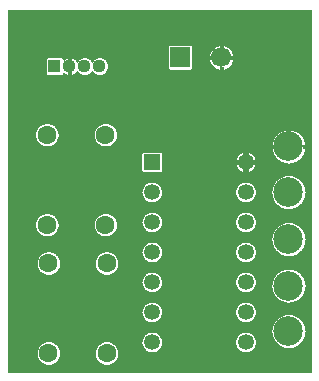
<source format=gbl>
%FSLAX33Y33*%
%MOMM*%
%ADD10C,0.0508*%
%ADD11C,0.508*%
%ADD12C,1.6*%
%ADD13C,2.5*%
%ADD14R,1.35X1.35*%
%ADD15C,1.35*%
%ADD16R,1.7X1.7*%
%ADD17C,1.7*%
%ADD18R,1.11X1.11*%
%ADD19C,1.11*%
D10*
%LNpour fill*%
G01*
X26300Y31300D02*
X26300Y31300D01*
X0650Y31350*
X0650Y0700*
X26300Y0700*
X26300Y31300*
X16075Y26246D02*
X14375Y26246D01*
X14343Y26248*
X14312Y26256*
X14282Y26268*
X14255Y26285*
X14231Y26306*
X14210Y26330*
X14193Y26357*
X14181Y26387*
X14173Y26418*
X14171Y26450*
X14171Y28150*
X14173Y28182*
X14181Y28213*
X14193Y28243*
X14210Y28270*
X14231Y28294*
X14255Y28315*
X14282Y28332*
X14312Y28344*
X14343Y28352*
X14375Y28354*
X16075Y28354*
X16107Y28352*
X16138Y28344*
X16168Y28332*
X16195Y28315*
X16219Y28294*
X16240Y28270*
X16257Y28243*
X16269Y28213*
X16277Y28182*
X16279Y28150*
X16279Y26450*
X16277Y26418*
X16269Y26387*
X16257Y26357*
X16240Y26330*
X16219Y26306*
X16195Y26285*
X16168Y26268*
X16138Y26256*
X16107Y26248*
X16075Y26246*
X18852Y26253D02*
X18827Y26253D01*
X18827Y26507*
X18623Y26507*
X18623Y26253*
X18598Y26253*
X18351Y26314*
X18126Y26432*
X17936Y26601*
X17792Y26810*
X17701Y27048*
X17683Y27198*
X17926Y27198*
X17926Y27402*
X17683Y27402*
X17701Y27552*
X17792Y27790*
X17936Y27999*
X18126Y28168*
X18351Y28286*
X18598Y28347*
X18623Y28347*
X18623Y28093*
X18827Y28093*
X18827Y28347*
X18852Y28347*
X19099Y28286*
X19324Y28168*
X19514Y27999*
X19658Y27790*
X19749Y27552*
X19767Y27402*
X19524Y27402*
X19524Y27198*
X19767Y27198*
X19749Y27048*
X19658Y26810*
X19514Y26601*
X19324Y26432*
X19099Y26314*
X18852Y26253*
X5150Y25791D02*
X4040Y25791D01*
X4008Y25793*
X3977Y25801*
X3947Y25813*
X3920Y25830*
X3896Y25851*
X3875Y25875*
X3858Y25902*
X3846Y25932*
X3838Y25963*
X3836Y25995*
X3836Y27105*
X3838Y27137*
X3846Y27168*
X3858Y27198*
X3875Y27225*
X3896Y27249*
X3920Y27270*
X3947Y27287*
X3977Y27299*
X4008Y27307*
X4040Y27309*
X5150Y27309*
X5182Y27307*
X5213Y27299*
X5243Y27287*
X5270Y27270*
X5294Y27249*
X5315Y27225*
X5332Y27198*
X5366Y27115*
X5434Y27175*
X5596Y27260*
X5763Y27301*
X5763Y27050*
X5967Y27050*
X5967Y27301*
X6134Y27260*
X6296Y27175*
X6433Y27053*
X6500Y26957*
X6567Y27053*
X6704Y27175*
X6866Y27260*
X7043Y27304*
X7227Y27304*
X7404Y27260*
X7566Y27175*
X7703Y27053*
X7770Y26957*
X7837Y27053*
X7974Y27175*
X8136Y27260*
X8313Y27304*
X8497Y27304*
X8674Y27260*
X8836Y27175*
X8973Y27053*
X9077Y26903*
X9142Y26732*
X9164Y26550*
X9142Y26368*
X9077Y26197*
X8973Y26047*
X8836Y25925*
X8674Y25840*
X8497Y25796*
X8313Y25796*
X8136Y25840*
X7974Y25925*
X7837Y26047*
X7770Y26143*
X7703Y26047*
X7566Y25925*
X7404Y25840*
X7227Y25796*
X7043Y25796*
X6866Y25840*
X6704Y25925*
X6567Y26047*
X6500Y26143*
X6433Y26047*
X6296Y25925*
X6134Y25840*
X5967Y25799*
X5967Y26050*
X5763Y26050*
X5763Y25799*
X5596Y25840*
X5434Y25925*
X5366Y25985*
X5332Y25902*
X5315Y25875*
X5294Y25851*
X5270Y25830*
X5243Y25813*
X5213Y25801*
X5182Y25793*
X5150Y25791*
X4071Y19763D02*
X3829Y19763D01*
X3594Y19821*
X3380Y19934*
X3198Y20094*
X3061Y20293*
X2975Y20520*
X2946Y20760*
X2975Y21000*
X3061Y21227*
X3198Y21426*
X3380Y21586*
X3594Y21699*
X3829Y21757*
X4071Y21757*
X4306Y21699*
X4520Y21586*
X4702Y21426*
X4839Y21227*
X4925Y21000*
X4954Y20760*
X4925Y20520*
X4839Y20293*
X4702Y20094*
X4520Y19934*
X4306Y19821*
X4071Y19763*
X9021Y19763D02*
X8779Y19763D01*
X8544Y19821*
X8330Y19934*
X8148Y20094*
X8011Y20293*
X7925Y20520*
X7896Y20760*
X7925Y21000*
X8011Y21227*
X8148Y21426*
X8330Y21586*
X8544Y21699*
X8779Y21757*
X9021Y21757*
X9256Y21699*
X9470Y21586*
X9652Y21426*
X9789Y21227*
X9875Y21000*
X9904Y20760*
X9875Y20520*
X9789Y20293*
X9652Y20094*
X9470Y19934*
X9256Y19821*
X9021Y19763*
X24400Y18321D02*
X24076Y18357D01*
X23769Y18465*
X23493Y18638*
X23263Y18868*
X23090Y19144*
X22982Y19451*
X22957Y19673*
X23201Y19673*
X23201Y19877*
X22957Y19877*
X22982Y20099*
X23090Y20406*
X23263Y20682*
X23493Y20912*
X23769Y21085*
X24076Y21193*
X24298Y21218*
X24298Y20974*
X24502Y20974*
X24502Y21218*
X24724Y21193*
X25031Y21085*
X25307Y20912*
X25537Y20682*
X25710Y20406*
X25818Y20099*
X25843Y19877*
X25599Y19877*
X25599Y19673*
X25843Y19673*
X25818Y19451*
X25710Y19144*
X25537Y18868*
X25307Y18638*
X25031Y18465*
X24724Y18357*
X24400Y18321*
X13506Y17566D02*
X12156Y17566D01*
X12124Y17568*
X12093Y17576*
X12064Y17588*
X12036Y17605*
X12012Y17626*
X11991Y17650*
X11974Y17677*
X11962Y17707*
X11955Y17738*
X11952Y17770*
X11952Y19120*
X11955Y19152*
X11962Y19183*
X11974Y19213*
X11991Y19240*
X12012Y19264*
X12036Y19285*
X12064Y19302*
X12093Y19314*
X12124Y19322*
X12156Y19324*
X13506Y19324*
X13538Y19322*
X13569Y19314*
X13599Y19302*
X13626Y19285*
X13651Y19264*
X13671Y19240*
X13688Y19213*
X13700Y19183*
X13708Y19152*
X13710Y19120*
X13710Y17770*
X13708Y17738*
X13700Y17707*
X13688Y17677*
X13671Y17650*
X13651Y17626*
X13626Y17605*
X13599Y17588*
X13569Y17576*
X13538Y17568*
X13506Y17566*
X20569Y17595D02*
X20457Y17623D01*
X20269Y17721*
X20111Y17862*
X19990Y18036*
X19915Y18235*
X19914Y18245*
X20145Y18245*
X20145Y18645*
X19914Y18645*
X19915Y18655*
X19990Y18854*
X20111Y19028*
X20269Y19169*
X20457Y19267*
X20569Y19295*
X20569Y19064*
X20969Y19064*
X20969Y19295*
X21081Y19267*
X21268Y19169*
X21427Y19028*
X21547Y18854*
X21622Y18655*
X21624Y18645*
X21393Y18645*
X21393Y18245*
X21624Y18245*
X21622Y18235*
X21547Y18036*
X21427Y17862*
X21268Y17721*
X21081Y17623*
X20969Y17595*
X20969Y17826*
X20569Y17826*
X20569Y17595*
X24400Y14446D02*
X24076Y14482D01*
X23769Y14590*
X23493Y14763*
X23263Y14993*
X23090Y15269*
X22982Y15576*
X22946Y15900*
X22982Y16224*
X23090Y16531*
X23263Y16807*
X23493Y17037*
X23769Y17210*
X24076Y17318*
X24400Y17354*
X24724Y17318*
X25031Y17210*
X25307Y17037*
X25537Y16807*
X25710Y16531*
X25818Y16224*
X25854Y15900*
X25818Y15576*
X25710Y15269*
X25537Y14993*
X25307Y14763*
X25031Y14590*
X24724Y14482*
X24400Y14446*
X12937Y15032D02*
X12725Y15032D01*
X12519Y15083*
X12332Y15181*
X12173Y15322*
X12053Y15496*
X11978Y15695*
X11952Y15905*
X11978Y16115*
X12053Y16314*
X12173Y16488*
X12332Y16629*
X12519Y16727*
X12725Y16778*
X12937Y16778*
X13143Y16727*
X13331Y16629*
X13489Y16488*
X13610Y16314*
X13685Y16115*
X13710Y15905*
X13685Y15695*
X13610Y15496*
X13489Y15322*
X13331Y15181*
X13143Y15083*
X12937Y15032*
X20875Y15032D02*
X20663Y15032D01*
X20457Y15083*
X20269Y15181*
X20111Y15322*
X19990Y15496*
X19915Y15695*
X19890Y15905*
X19915Y16115*
X19990Y16314*
X20111Y16488*
X20269Y16629*
X20457Y16727*
X20663Y16778*
X20875Y16778*
X21081Y16727*
X21268Y16629*
X21427Y16488*
X21547Y16314*
X21622Y16115*
X21648Y15905*
X21622Y15695*
X21547Y15496*
X21427Y15322*
X21268Y15181*
X21081Y15083*
X20875Y15032*
X12937Y12492D02*
X12725Y12492D01*
X12519Y12543*
X12332Y12641*
X12173Y12782*
X12053Y12956*
X11978Y13155*
X11952Y13365*
X11978Y13575*
X12053Y13774*
X12173Y13948*
X12332Y14089*
X12519Y14187*
X12725Y14238*
X12937Y14238*
X13143Y14187*
X13331Y14089*
X13489Y13948*
X13610Y13774*
X13685Y13575*
X13710Y13365*
X13685Y13155*
X13610Y12956*
X13489Y12782*
X13331Y12641*
X13143Y12543*
X12937Y12492*
X20875Y12492D02*
X20663Y12492D01*
X20457Y12543*
X20269Y12641*
X20111Y12782*
X19990Y12956*
X19915Y13155*
X19890Y13365*
X19915Y13575*
X19990Y13774*
X20111Y13948*
X20269Y14089*
X20457Y14187*
X20663Y14238*
X20875Y14238*
X21081Y14187*
X21268Y14089*
X21427Y13948*
X21547Y13774*
X21622Y13575*
X21648Y13365*
X21622Y13155*
X21547Y12956*
X21427Y12782*
X21268Y12641*
X21081Y12543*
X20875Y12492*
X4071Y12143D02*
X3829Y12143D01*
X3594Y12201*
X3380Y12314*
X3198Y12474*
X3061Y12673*
X2975Y12900*
X2946Y13140*
X2975Y13380*
X3061Y13607*
X3198Y13806*
X3380Y13966*
X3594Y14079*
X3829Y14137*
X4071Y14137*
X4306Y14079*
X4520Y13966*
X4702Y13806*
X4839Y13607*
X4925Y13380*
X4954Y13140*
X4925Y12900*
X4839Y12673*
X4702Y12474*
X4520Y12314*
X4306Y12201*
X4071Y12143*
X9021Y12143D02*
X8779Y12143D01*
X8544Y12201*
X8330Y12314*
X8148Y12474*
X8011Y12673*
X7925Y12900*
X7896Y13140*
X7925Y13380*
X8011Y13607*
X8148Y13806*
X8330Y13966*
X8544Y14079*
X8779Y14137*
X9021Y14137*
X9256Y14079*
X9470Y13966*
X9652Y13806*
X9789Y13607*
X9875Y13380*
X9904Y13140*
X9875Y12900*
X9789Y12673*
X9652Y12474*
X9470Y12314*
X9256Y12201*
X9021Y12143*
X24400Y10471D02*
X24076Y10507D01*
X23769Y10615*
X23493Y10788*
X23263Y11018*
X23090Y11294*
X22982Y11601*
X22946Y11925*
X22982Y12249*
X23090Y12556*
X23263Y12832*
X23493Y13062*
X23769Y13235*
X24076Y13343*
X24400Y13379*
X24724Y13343*
X25031Y13235*
X25307Y13062*
X25537Y12832*
X25710Y12556*
X25818Y12249*
X25854Y11925*
X25818Y11601*
X25710Y11294*
X25537Y11018*
X25307Y10788*
X25031Y10615*
X24724Y10507*
X24400Y10471*
X12937Y9952D02*
X12725Y9952D01*
X12519Y10003*
X12332Y10101*
X12173Y10242*
X12053Y10416*
X11978Y10615*
X11952Y10825*
X11978Y11035*
X12053Y11234*
X12173Y11408*
X12332Y11549*
X12519Y11647*
X12725Y11698*
X12937Y11698*
X13143Y11647*
X13331Y11549*
X13489Y11408*
X13610Y11234*
X13685Y11035*
X13710Y10825*
X13685Y10615*
X13610Y10416*
X13489Y10242*
X13331Y10101*
X13143Y10003*
X12937Y9952*
X20875Y9952D02*
X20663Y9952D01*
X20457Y10003*
X20269Y10101*
X20111Y10242*
X19990Y10416*
X19915Y10615*
X19890Y10825*
X19915Y11035*
X19990Y11234*
X20111Y11408*
X20269Y11549*
X20457Y11647*
X20663Y11698*
X20875Y11698*
X21081Y11647*
X21268Y11549*
X21427Y11408*
X21547Y11234*
X21622Y11035*
X21648Y10825*
X21622Y10615*
X21547Y10416*
X21427Y10242*
X21268Y10101*
X21081Y10003*
X20875Y9952*
X4196Y8888D02*
X3954Y8888D01*
X3719Y8946*
X3505Y9059*
X3323Y9219*
X3186Y9418*
X3100Y9645*
X3071Y9885*
X3100Y10125*
X3186Y10352*
X3323Y10551*
X3505Y10711*
X3719Y10824*
X3954Y10882*
X4196Y10882*
X4431Y10824*
X4645Y10711*
X4827Y10551*
X4964Y10352*
X5050Y10125*
X5079Y9885*
X5050Y9645*
X4964Y9418*
X4827Y9219*
X4645Y9059*
X4431Y8946*
X4196Y8888*
X9121Y8888D02*
X8879Y8888D01*
X8644Y8946*
X8430Y9059*
X8248Y9219*
X8111Y9418*
X8025Y9645*
X7996Y9885*
X8025Y10125*
X8111Y10352*
X8248Y10551*
X8430Y10711*
X8644Y10824*
X8879Y10882*
X9121Y10882*
X9356Y10824*
X9570Y10711*
X9752Y10551*
X9889Y10352*
X9975Y10125*
X10004Y9885*
X9975Y9645*
X9889Y9418*
X9752Y9219*
X9570Y9059*
X9356Y8946*
X9121Y8888*
X24400Y6521D02*
X24076Y6557D01*
X23769Y6665*
X23493Y6838*
X23263Y7068*
X23090Y7344*
X22982Y7651*
X22946Y7975*
X22982Y8299*
X23090Y8606*
X23263Y8882*
X23493Y9112*
X23769Y9285*
X24076Y9393*
X24400Y9429*
X24724Y9393*
X25031Y9285*
X25307Y9112*
X25537Y8882*
X25710Y8606*
X25818Y8299*
X25854Y7975*
X25818Y7651*
X25710Y7344*
X25537Y7068*
X25307Y6838*
X25031Y6665*
X24724Y6557*
X24400Y6521*
X12937Y7412D02*
X12725Y7412D01*
X12519Y7463*
X12332Y7561*
X12173Y7702*
X12053Y7876*
X11978Y8075*
X11952Y8285*
X11978Y8495*
X12053Y8694*
X12173Y8868*
X12332Y9009*
X12519Y9107*
X12725Y9158*
X12937Y9158*
X13143Y9107*
X13331Y9009*
X13489Y8868*
X13610Y8694*
X13685Y8495*
X13710Y8285*
X13685Y8075*
X13610Y7876*
X13489Y7702*
X13331Y7561*
X13143Y7463*
X12937Y7412*
X20875Y7412D02*
X20663Y7412D01*
X20457Y7463*
X20269Y7561*
X20111Y7702*
X19990Y7876*
X19915Y8075*
X19890Y8285*
X19915Y8495*
X19990Y8694*
X20111Y8868*
X20269Y9009*
X20457Y9107*
X20663Y9158*
X20875Y9158*
X21081Y9107*
X21268Y9009*
X21427Y8868*
X21547Y8694*
X21622Y8495*
X21648Y8285*
X21622Y8075*
X21547Y7876*
X21427Y7702*
X21268Y7561*
X21081Y7463*
X20875Y7412*
X12937Y4872D02*
X12725Y4872D01*
X12519Y4923*
X12332Y5021*
X12173Y5162*
X12053Y5336*
X11978Y5535*
X11952Y5745*
X11978Y5955*
X12053Y6154*
X12173Y6328*
X12332Y6469*
X12519Y6567*
X12725Y6618*
X12937Y6618*
X13143Y6567*
X13331Y6469*
X13489Y6328*
X13610Y6154*
X13685Y5955*
X13710Y5745*
X13685Y5535*
X13610Y5336*
X13489Y5162*
X13331Y5021*
X13143Y4923*
X12937Y4872*
X20875Y4872D02*
X20663Y4872D01*
X20457Y4923*
X20269Y5021*
X20111Y5162*
X19990Y5336*
X19915Y5535*
X19890Y5745*
X19915Y5955*
X19990Y6154*
X20111Y6328*
X20269Y6469*
X20457Y6567*
X20663Y6618*
X20875Y6618*
X21081Y6567*
X21268Y6469*
X21427Y6328*
X21547Y6154*
X21622Y5955*
X21648Y5745*
X21622Y5535*
X21547Y5336*
X21427Y5162*
X21268Y5021*
X21081Y4923*
X20875Y4872*
X24400Y2681D02*
X24076Y2717D01*
X23769Y2825*
X23493Y2998*
X23263Y3228*
X23090Y3504*
X22982Y3811*
X22946Y4135*
X22982Y4459*
X23090Y4766*
X23263Y5042*
X23493Y5272*
X23769Y5445*
X24076Y5553*
X24400Y5589*
X24724Y5553*
X25031Y5445*
X25307Y5272*
X25537Y5042*
X25710Y4766*
X25818Y4459*
X25854Y4135*
X25818Y3811*
X25710Y3504*
X25537Y3228*
X25307Y2998*
X25031Y2825*
X24724Y2717*
X24400Y2681*
X12937Y2332D02*
X12725Y2332D01*
X12519Y2383*
X12332Y2481*
X12173Y2622*
X12053Y2796*
X11978Y2995*
X11952Y3205*
X11978Y3415*
X12053Y3614*
X12173Y3788*
X12332Y3929*
X12519Y4027*
X12725Y4078*
X12937Y4078*
X13143Y4027*
X13331Y3929*
X13489Y3788*
X13610Y3614*
X13685Y3415*
X13710Y3205*
X13685Y2995*
X13610Y2796*
X13489Y2622*
X13331Y2481*
X13143Y2383*
X12937Y2332*
X20875Y2332D02*
X20663Y2332D01*
X20457Y2383*
X20269Y2481*
X20111Y2622*
X19990Y2796*
X19915Y2995*
X19890Y3205*
X19915Y3415*
X19990Y3614*
X20111Y3788*
X20269Y3929*
X20457Y4027*
X20663Y4078*
X20875Y4078*
X21081Y4027*
X21268Y3929*
X21427Y3788*
X21547Y3614*
X21622Y3415*
X21648Y3205*
X21622Y2995*
X21547Y2796*
X21427Y2622*
X21268Y2481*
X21081Y2383*
X20875Y2332*
X4196Y1268D02*
X3954Y1268D01*
X3719Y1326*
X3505Y1439*
X3323Y1599*
X3186Y1798*
X3100Y2025*
X3071Y2265*
X3100Y2505*
X3186Y2732*
X3323Y2931*
X3505Y3091*
X3719Y3204*
X3954Y3262*
X4196Y3262*
X4431Y3204*
X4645Y3091*
X4827Y2931*
X4964Y2732*
X5050Y2505*
X5079Y2265*
X5050Y2025*
X4964Y1798*
X4827Y1599*
X4645Y1439*
X4431Y1326*
X4196Y1268*
X9121Y1268D02*
X8879Y1268D01*
X8644Y1326*
X8430Y1439*
X8248Y1599*
X8111Y1798*
X8025Y2025*
X7996Y2265*
X8025Y2505*
X8111Y2732*
X8248Y2931*
X8430Y3091*
X8644Y3204*
X8879Y3262*
X9121Y3262*
X9356Y3204*
X9570Y3091*
X9752Y2931*
X9889Y2732*
X9975Y2505*
X10004Y2265*
X9975Y2025*
X9889Y1798*
X9752Y1599*
X9570Y1439*
X9356Y1326*
X9121Y1268*
X0650Y0750D02*
X26300Y0750D01*
X0650Y0799D02*
X26300Y0799D01*
X0650Y0849D02*
X26300Y0849D01*
X0650Y0898D02*
X26300Y0898D01*
X0650Y0948D02*
X26300Y0948D01*
X0650Y0997D02*
X26300Y0997D01*
X0650Y1047D02*
X26300Y1047D01*
X0650Y1096D02*
X26300Y1096D01*
X0650Y1146D02*
X26300Y1146D01*
X0650Y1195D02*
X26300Y1195D01*
X0650Y1245D02*
X26300Y1245D01*
X0650Y1294D02*
X3846Y1294D01*
X4304Y1294D02*
X8771Y1294D01*
X9229Y1294D02*
X26300Y1294D01*
X0650Y1344D02*
X3684Y1344D01*
X4466Y1344D02*
X8609Y1344D01*
X9391Y1344D02*
X26300Y1344D01*
X0650Y1393D02*
X3590Y1393D01*
X4560Y1393D02*
X8515Y1393D01*
X9485Y1393D02*
X26300Y1393D01*
X0650Y1443D02*
X3499Y1443D01*
X4651Y1443D02*
X8424Y1443D01*
X9576Y1443D02*
X26300Y1443D01*
X0650Y1492D02*
X3443Y1492D01*
X4707Y1492D02*
X8368Y1492D01*
X9632Y1492D02*
X26300Y1492D01*
X0650Y1542D02*
X3387Y1542D01*
X4763Y1542D02*
X8312Y1542D01*
X9688Y1542D02*
X26300Y1542D01*
X0650Y1592D02*
X3331Y1592D01*
X4819Y1592D02*
X8256Y1592D01*
X9744Y1592D02*
X26300Y1592D01*
X0650Y1641D02*
X3294Y1641D01*
X4856Y1641D02*
X8219Y1641D01*
X9781Y1641D02*
X26300Y1641D01*
X0650Y1691D02*
X3260Y1691D01*
X4890Y1691D02*
X8185Y1691D01*
X9815Y1691D02*
X26300Y1691D01*
X0650Y1740D02*
X3226Y1740D01*
X4924Y1740D02*
X8151Y1740D01*
X9849Y1740D02*
X26300Y1740D01*
X0650Y1790D02*
X3191Y1790D01*
X4959Y1790D02*
X8116Y1790D01*
X9884Y1790D02*
X26300Y1790D01*
X0650Y1839D02*
X3170Y1839D01*
X4980Y1839D02*
X8095Y1839D01*
X9905Y1839D02*
X26300Y1839D01*
X0650Y1889D02*
X3151Y1889D01*
X4999Y1889D02*
X8076Y1889D01*
X9924Y1889D02*
X26300Y1889D01*
X0650Y1938D02*
X3132Y1938D01*
X5018Y1938D02*
X8057Y1938D01*
X9943Y1938D02*
X26300Y1938D01*
X0650Y1988D02*
X3114Y1988D01*
X5036Y1988D02*
X8039Y1988D01*
X9961Y1988D02*
X26300Y1988D01*
X0650Y2037D02*
X3098Y2037D01*
X5052Y2037D02*
X8023Y2037D01*
X9977Y2037D02*
X26300Y2037D01*
X0650Y2087D02*
X3092Y2087D01*
X5058Y2087D02*
X8017Y2087D01*
X9983Y2087D02*
X26300Y2087D01*
X0650Y2136D02*
X3086Y2136D01*
X5064Y2136D02*
X8011Y2136D01*
X9989Y2136D02*
X26300Y2136D01*
X0650Y2186D02*
X3080Y2186D01*
X5070Y2186D02*
X8005Y2186D01*
X9995Y2186D02*
X26300Y2186D01*
X0650Y2235D02*
X3074Y2235D01*
X5076Y2235D02*
X7999Y2235D01*
X10001Y2235D02*
X26300Y2235D01*
X0650Y2285D02*
X3073Y2285D01*
X5077Y2285D02*
X7998Y2285D01*
X10002Y2285D02*
X26300Y2285D01*
X0650Y2334D02*
X3079Y2334D01*
X5071Y2334D02*
X8004Y2334D01*
X9996Y2334D02*
X12715Y2334D01*
X12948Y2334D02*
X20652Y2334D01*
X20885Y2334D02*
X26300Y2334D01*
X0650Y2384D02*
X3085Y2384D01*
X5065Y2384D02*
X8010Y2384D01*
X9990Y2384D02*
X12517Y2384D01*
X13146Y2384D02*
X20454Y2384D01*
X21083Y2384D02*
X26300Y2384D01*
X0650Y2434D02*
X3091Y2434D01*
X5059Y2434D02*
X8016Y2434D01*
X9984Y2434D02*
X12422Y2434D01*
X13240Y2434D02*
X20360Y2434D01*
X21178Y2434D02*
X26300Y2434D01*
X0650Y2483D02*
X3097Y2483D01*
X5053Y2483D02*
X8022Y2483D01*
X9978Y2483D02*
X12330Y2483D01*
X13333Y2483D02*
X20267Y2483D01*
X21270Y2483D02*
X26300Y2483D01*
X0650Y2533D02*
X3110Y2533D01*
X5040Y2533D02*
X8035Y2533D01*
X9965Y2533D02*
X12274Y2533D01*
X13389Y2533D02*
X20211Y2533D01*
X21326Y2533D02*
X26300Y2533D01*
X0650Y2582D02*
X3129Y2582D01*
X5021Y2582D02*
X8054Y2582D01*
X9946Y2582D02*
X12218Y2582D01*
X13445Y2582D02*
X20155Y2582D01*
X21382Y2582D02*
X26300Y2582D01*
X0650Y2632D02*
X3148Y2632D01*
X5002Y2632D02*
X8073Y2632D01*
X9927Y2632D02*
X12166Y2632D01*
X13496Y2632D02*
X20104Y2632D01*
X21434Y2632D02*
X26300Y2632D01*
X0650Y2681D02*
X3166Y2681D01*
X4984Y2681D02*
X8091Y2681D01*
X9909Y2681D02*
X12132Y2681D01*
X13531Y2681D02*
X20069Y2681D01*
X21468Y2681D02*
X24394Y2681D01*
X24406Y2681D02*
X26300Y2681D01*
X0650Y2731D02*
X3185Y2731D01*
X4965Y2731D02*
X8110Y2731D01*
X9890Y2731D02*
X12098Y2731D01*
X13565Y2731D02*
X20035Y2731D01*
X21502Y2731D02*
X24037Y2731D01*
X24763Y2731D02*
X26300Y2731D01*
X0650Y2780D02*
X3219Y2780D01*
X4931Y2780D02*
X8144Y2780D01*
X9856Y2780D02*
X12064Y2780D01*
X13599Y2780D02*
X20001Y2780D01*
X21536Y2780D02*
X23896Y2780D01*
X24904Y2780D02*
X26300Y2780D01*
X0650Y2830D02*
X3253Y2830D01*
X4897Y2830D02*
X8178Y2830D01*
X9822Y2830D02*
X12040Y2830D01*
X13623Y2830D02*
X19977Y2830D01*
X21560Y2830D02*
X23761Y2830D01*
X25039Y2830D02*
X26300Y2830D01*
X0650Y2879D02*
X3287Y2879D01*
X4863Y2879D02*
X8212Y2879D01*
X9788Y2879D02*
X12021Y2879D01*
X13641Y2879D02*
X19959Y2879D01*
X21579Y2879D02*
X23682Y2879D01*
X25118Y2879D02*
X26300Y2879D01*
X0650Y2929D02*
X3322Y2929D01*
X4828Y2929D02*
X8247Y2929D01*
X9753Y2929D02*
X12002Y2929D01*
X13660Y2929D02*
X19940Y2929D01*
X21598Y2929D02*
X23603Y2929D01*
X25197Y2929D02*
X26300Y2929D01*
X0650Y2978D02*
X3377Y2978D01*
X4773Y2978D02*
X8302Y2978D01*
X9698Y2978D02*
X11983Y2978D01*
X13679Y2978D02*
X19921Y2978D01*
X21617Y2978D02*
X23524Y2978D01*
X25276Y2978D02*
X26300Y2978D01*
X0650Y3028D02*
X3432Y3028D01*
X4718Y3028D02*
X8357Y3028D01*
X9643Y3028D02*
X11973Y3028D01*
X13689Y3028D02*
X19911Y3028D01*
X21627Y3028D02*
X23463Y3028D01*
X25337Y3028D02*
X26300Y3028D01*
X0650Y3077D02*
X3488Y3077D01*
X4662Y3077D02*
X8413Y3077D01*
X9587Y3077D02*
X11967Y3077D01*
X13695Y3077D02*
X19905Y3077D01*
X21633Y3077D02*
X23414Y3077D01*
X25386Y3077D02*
X26300Y3077D01*
X0650Y3127D02*
X3572Y3127D01*
X4578Y3127D02*
X8497Y3127D01*
X9503Y3127D02*
X11961Y3127D01*
X13701Y3127D02*
X19899Y3127D01*
X21639Y3127D02*
X23364Y3127D01*
X25436Y3127D02*
X26300Y3127D01*
X0650Y3177D02*
X3666Y3177D01*
X4484Y3177D02*
X8591Y3177D01*
X9409Y3177D02*
X11955Y3177D01*
X13707Y3177D02*
X19893Y3177D01*
X21645Y3177D02*
X23315Y3177D01*
X25485Y3177D02*
X26300Y3177D01*
X0650Y3226D02*
X3807Y3226D01*
X4343Y3226D02*
X8732Y3226D01*
X9268Y3226D02*
X11954Y3226D01*
X13708Y3226D02*
X19892Y3226D01*
X21646Y3226D02*
X23265Y3226D01*
X25535Y3226D02*
X26300Y3226D01*
X0650Y3276D02*
X11960Y3276D01*
X13702Y3276D02*
X19898Y3276D01*
X21640Y3276D02*
X23233Y3276D01*
X25567Y3276D02*
X26300Y3276D01*
X0650Y3325D02*
X11966Y3325D01*
X13696Y3325D02*
X19904Y3325D01*
X21634Y3325D02*
X23202Y3325D01*
X25598Y3325D02*
X26300Y3325D01*
X0650Y3375D02*
X11972Y3375D01*
X13690Y3375D02*
X19910Y3375D01*
X21628Y3375D02*
X23171Y3375D01*
X25629Y3375D02*
X26300Y3375D01*
X0650Y3424D02*
X11981Y3424D01*
X13682Y3424D02*
X19918Y3424D01*
X21619Y3424D02*
X23140Y3424D01*
X25660Y3424D02*
X26300Y3424D01*
X0650Y3474D02*
X11999Y3474D01*
X13663Y3474D02*
X19937Y3474D01*
X21601Y3474D02*
X23109Y3474D01*
X25691Y3474D02*
X26300Y3474D01*
X0650Y3523D02*
X12018Y3523D01*
X13644Y3523D02*
X19956Y3523D01*
X21582Y3523D02*
X23083Y3523D01*
X25717Y3523D02*
X26300Y3523D01*
X0650Y3573D02*
X12037Y3573D01*
X13626Y3573D02*
X19974Y3573D01*
X21563Y3573D02*
X23066Y3573D01*
X25734Y3573D02*
X26300Y3573D01*
X0650Y3622D02*
X12058Y3622D01*
X13604Y3622D02*
X19996Y3622D01*
X21542Y3622D02*
X23048Y3622D01*
X25752Y3622D02*
X26300Y3622D01*
X0650Y3672D02*
X12093Y3672D01*
X13570Y3672D02*
X20030Y3672D01*
X21507Y3672D02*
X23031Y3672D01*
X25769Y3672D02*
X26300Y3672D01*
X0650Y3721D02*
X12127Y3721D01*
X13536Y3721D02*
X20064Y3721D01*
X21473Y3721D02*
X23014Y3721D01*
X25786Y3721D02*
X26300Y3721D01*
X0650Y3771D02*
X12161Y3771D01*
X13501Y3771D02*
X20099Y3771D01*
X21439Y3771D02*
X22996Y3771D01*
X25804Y3771D02*
X26300Y3771D01*
X0650Y3820D02*
X12209Y3820D01*
X13453Y3820D02*
X20147Y3820D01*
X21391Y3820D02*
X22981Y3820D01*
X25819Y3820D02*
X26300Y3820D01*
X0650Y3870D02*
X12265Y3870D01*
X13397Y3870D02*
X20203Y3870D01*
X21335Y3870D02*
X22975Y3870D01*
X25825Y3870D02*
X26300Y3870D01*
X0650Y3919D02*
X12321Y3919D01*
X13341Y3919D02*
X20259Y3919D01*
X21279Y3919D02*
X22970Y3919D01*
X25830Y3919D02*
X26300Y3919D01*
X0650Y3969D02*
X12408Y3969D01*
X13254Y3969D02*
X20346Y3969D01*
X21192Y3969D02*
X22964Y3969D01*
X25836Y3969D02*
X26300Y3969D01*
X0650Y4019D02*
X12503Y4019D01*
X13160Y4019D02*
X20440Y4019D01*
X21097Y4019D02*
X22959Y4019D01*
X25841Y4019D02*
X26300Y4019D01*
X0650Y4068D02*
X12685Y4068D01*
X12978Y4068D02*
X20622Y4068D01*
X20915Y4068D02*
X22953Y4068D01*
X25847Y4068D02*
X26300Y4068D01*
X0650Y4118D02*
X22948Y4118D01*
X25852Y4118D02*
X26300Y4118D01*
X0650Y4167D02*
X22949Y4167D01*
X25851Y4167D02*
X26300Y4167D01*
X0650Y4217D02*
X22955Y4217D01*
X25845Y4217D02*
X26300Y4217D01*
X0650Y4266D02*
X22960Y4266D01*
X25840Y4266D02*
X26300Y4266D01*
X0650Y4316D02*
X22966Y4316D01*
X25834Y4316D02*
X26300Y4316D01*
X0650Y4365D02*
X22971Y4365D01*
X25829Y4365D02*
X26300Y4365D01*
X0650Y4415D02*
X22977Y4415D01*
X25823Y4415D02*
X26300Y4415D01*
X0650Y4464D02*
X22984Y4464D01*
X25816Y4464D02*
X26300Y4464D01*
X0650Y4514D02*
X23001Y4514D01*
X25799Y4514D02*
X26300Y4514D01*
X0650Y4563D02*
X23019Y4563D01*
X25781Y4563D02*
X26300Y4563D01*
X0650Y4613D02*
X23036Y4613D01*
X25764Y4613D02*
X26300Y4613D01*
X0650Y4662D02*
X23053Y4662D01*
X25747Y4662D02*
X26300Y4662D01*
X0650Y4712D02*
X23071Y4712D01*
X25729Y4712D02*
X26300Y4712D01*
X0650Y4761D02*
X23088Y4761D01*
X25712Y4761D02*
X26300Y4761D01*
X0650Y4811D02*
X23118Y4811D01*
X25682Y4811D02*
X26300Y4811D01*
X0650Y4861D02*
X23149Y4861D01*
X25651Y4861D02*
X26300Y4861D01*
X0650Y4910D02*
X12571Y4910D01*
X13092Y4910D02*
X20508Y4910D01*
X21029Y4910D02*
X23180Y4910D01*
X25620Y4910D02*
X26300Y4910D01*
X0650Y4960D02*
X12449Y4960D01*
X13213Y4960D02*
X20387Y4960D01*
X21151Y4960D02*
X23211Y4960D01*
X25589Y4960D02*
X26300Y4960D01*
X0650Y5009D02*
X12355Y5009D01*
X13308Y5009D02*
X20292Y5009D01*
X21245Y5009D02*
X23242Y5009D01*
X25558Y5009D02*
X26300Y5009D01*
X0650Y5059D02*
X12289Y5059D01*
X13373Y5059D02*
X20227Y5059D01*
X21311Y5059D02*
X23280Y5059D01*
X25520Y5059D02*
X26300Y5059D01*
X0650Y5108D02*
X12234Y5108D01*
X13429Y5108D02*
X20171Y5108D01*
X21366Y5108D02*
X23329Y5108D01*
X25471Y5108D02*
X26300Y5108D01*
X0650Y5158D02*
X12178Y5158D01*
X13485Y5158D02*
X20115Y5158D01*
X21422Y5158D02*
X23379Y5158D01*
X25421Y5158D02*
X26300Y5158D01*
X0650Y5207D02*
X12142Y5207D01*
X13521Y5207D02*
X20079Y5207D01*
X21458Y5207D02*
X23428Y5207D01*
X25372Y5207D02*
X26300Y5207D01*
X0650Y5257D02*
X12107Y5257D01*
X13555Y5257D02*
X20045Y5257D01*
X21493Y5257D02*
X23478Y5257D01*
X25322Y5257D02*
X26300Y5257D01*
X0650Y5306D02*
X12073Y5306D01*
X13589Y5306D02*
X20011Y5306D01*
X21527Y5306D02*
X23548Y5306D01*
X25252Y5306D02*
X26300Y5306D01*
X0650Y5356D02*
X12045Y5356D01*
X13617Y5356D02*
X19983Y5356D01*
X21555Y5356D02*
X23626Y5356D01*
X25174Y5356D02*
X26300Y5356D01*
X0650Y5405D02*
X12026Y5405D01*
X13636Y5405D02*
X19964Y5405D01*
X21574Y5405D02*
X23705Y5405D01*
X25095Y5405D02*
X26300Y5405D01*
X0650Y5455D02*
X12008Y5455D01*
X13655Y5455D02*
X19945Y5455D01*
X21592Y5455D02*
X23796Y5455D01*
X25004Y5455D02*
X26300Y5455D01*
X0650Y5504D02*
X11989Y5504D01*
X13674Y5504D02*
X19926Y5504D01*
X21611Y5504D02*
X23938Y5504D01*
X24862Y5504D02*
X26300Y5504D01*
X0650Y5554D02*
X11975Y5554D01*
X13688Y5554D02*
X19912Y5554D01*
X21625Y5554D02*
X24085Y5554D01*
X24715Y5554D02*
X26300Y5554D01*
X0650Y5603D02*
X11969Y5603D01*
X13694Y5603D02*
X19906Y5603D01*
X21631Y5603D02*
X26300Y5603D01*
X0650Y5653D02*
X11963Y5653D01*
X13700Y5653D02*
X19900Y5653D01*
X21637Y5653D02*
X26300Y5653D01*
X0650Y5703D02*
X11957Y5703D01*
X13706Y5703D02*
X19894Y5703D01*
X21643Y5703D02*
X26300Y5703D01*
X0650Y5752D02*
X11953Y5752D01*
X13710Y5752D02*
X19890Y5752D01*
X21647Y5752D02*
X26300Y5752D01*
X0650Y5802D02*
X11959Y5802D01*
X13704Y5802D02*
X19896Y5802D01*
X21641Y5802D02*
X26300Y5802D01*
X0650Y5851D02*
X11965Y5851D01*
X13698Y5851D02*
X19902Y5851D01*
X21635Y5851D02*
X26300Y5851D01*
X0650Y5901D02*
X11971Y5901D01*
X13692Y5901D02*
X19908Y5901D01*
X21629Y5901D02*
X26300Y5901D01*
X0650Y5950D02*
X11977Y5950D01*
X13686Y5950D02*
X19914Y5950D01*
X21623Y5950D02*
X26300Y5950D01*
X0650Y6000D02*
X11994Y6000D01*
X13668Y6000D02*
X19932Y6000D01*
X21606Y6000D02*
X26300Y6000D01*
X0650Y6049D02*
X12013Y6049D01*
X13650Y6049D02*
X19950Y6049D01*
X21587Y6049D02*
X26300Y6049D01*
X0650Y6099D02*
X12032Y6099D01*
X13631Y6099D02*
X19969Y6099D01*
X21568Y6099D02*
X26300Y6099D01*
X0650Y6148D02*
X12050Y6148D01*
X13612Y6148D02*
X19988Y6148D01*
X21550Y6148D02*
X26300Y6148D01*
X0650Y6198D02*
X12083Y6198D01*
X13580Y6198D02*
X20020Y6198D01*
X21517Y6198D02*
X26300Y6198D01*
X0650Y6247D02*
X12117Y6247D01*
X13545Y6247D02*
X20055Y6247D01*
X21483Y6247D02*
X26300Y6247D01*
X0650Y6297D02*
X12151Y6297D01*
X13511Y6297D02*
X20089Y6297D01*
X21449Y6297D02*
X26300Y6297D01*
X0650Y6346D02*
X12194Y6346D01*
X13469Y6346D02*
X20131Y6346D01*
X21406Y6346D02*
X26300Y6346D01*
X0650Y6396D02*
X12249Y6396D01*
X13413Y6396D02*
X20187Y6396D01*
X21351Y6396D02*
X26300Y6396D01*
X0650Y6445D02*
X12305Y6445D01*
X13357Y6445D02*
X20243Y6445D01*
X21295Y6445D02*
X26300Y6445D01*
X0650Y6495D02*
X12382Y6495D01*
X13281Y6495D02*
X20319Y6495D01*
X21218Y6495D02*
X26300Y6495D01*
X0650Y6545D02*
X12476Y6545D01*
X13186Y6545D02*
X20414Y6545D01*
X21124Y6545D02*
X24187Y6545D01*
X24613Y6545D02*
X26300Y6545D01*
X0650Y6594D02*
X12628Y6594D01*
X13035Y6594D02*
X20565Y6594D01*
X20972Y6594D02*
X23970Y6594D01*
X24830Y6594D02*
X26300Y6594D01*
X0650Y6644D02*
X23829Y6644D01*
X24971Y6644D02*
X26300Y6644D01*
X0650Y6693D02*
X23723Y6693D01*
X25077Y6693D02*
X26300Y6693D01*
X0650Y6743D02*
X23645Y6743D01*
X25155Y6743D02*
X26300Y6743D01*
X0650Y6792D02*
X23566Y6792D01*
X25234Y6792D02*
X26300Y6792D01*
X0650Y6842D02*
X23489Y6842D01*
X25311Y6842D02*
X26300Y6842D01*
X0650Y6891D02*
X23440Y6891D01*
X25360Y6891D02*
X26300Y6891D01*
X0650Y6941D02*
X23390Y6941D01*
X25410Y6941D02*
X26300Y6941D01*
X0650Y6990D02*
X23341Y6990D01*
X25459Y6990D02*
X26300Y6990D01*
X0650Y7040D02*
X23291Y7040D01*
X25509Y7040D02*
X26300Y7040D01*
X0650Y7089D02*
X23250Y7089D01*
X25550Y7089D02*
X26300Y7089D01*
X0650Y7139D02*
X23218Y7139D01*
X25582Y7139D02*
X26300Y7139D01*
X0650Y7188D02*
X23187Y7188D01*
X25613Y7188D02*
X26300Y7188D01*
X0650Y7238D02*
X23156Y7238D01*
X25644Y7238D02*
X26300Y7238D01*
X0650Y7287D02*
X23125Y7287D01*
X25675Y7287D02*
X26300Y7287D01*
X0650Y7337D02*
X23094Y7337D01*
X25706Y7337D02*
X26300Y7337D01*
X0650Y7387D02*
X23075Y7387D01*
X25725Y7387D02*
X26300Y7387D01*
X0650Y7436D02*
X12627Y7436D01*
X13035Y7436D02*
X20565Y7436D01*
X20973Y7436D02*
X23057Y7436D01*
X25743Y7436D02*
X26300Y7436D01*
X0650Y7486D02*
X12476Y7486D01*
X13187Y7486D02*
X20413Y7486D01*
X21124Y7486D02*
X23040Y7486D01*
X25760Y7486D02*
X26300Y7486D01*
X0650Y7535D02*
X12381Y7535D01*
X13281Y7535D02*
X20319Y7535D01*
X21219Y7535D02*
X23023Y7535D01*
X25777Y7535D02*
X26300Y7535D01*
X0650Y7585D02*
X12305Y7585D01*
X13357Y7585D02*
X20243Y7585D01*
X21295Y7585D02*
X23005Y7585D01*
X25795Y7585D02*
X26300Y7585D01*
X0650Y7634D02*
X12249Y7634D01*
X13413Y7634D02*
X20187Y7634D01*
X21351Y7634D02*
X22988Y7634D01*
X25812Y7634D02*
X26300Y7634D01*
X0650Y7684D02*
X12193Y7684D01*
X13469Y7684D02*
X20131Y7684D01*
X21407Y7684D02*
X22978Y7684D01*
X25822Y7684D02*
X26300Y7684D01*
X0650Y7733D02*
X12151Y7733D01*
X13511Y7733D02*
X20089Y7733D01*
X21449Y7733D02*
X22973Y7733D01*
X25827Y7733D02*
X26300Y7733D01*
X0650Y7783D02*
X12117Y7783D01*
X13545Y7783D02*
X20055Y7783D01*
X21483Y7783D02*
X22967Y7783D01*
X25833Y7783D02*
X26300Y7783D01*
X0650Y7832D02*
X12083Y7832D01*
X13580Y7832D02*
X20020Y7832D01*
X21517Y7832D02*
X22962Y7832D01*
X25838Y7832D02*
X26300Y7832D01*
X0650Y7882D02*
X12050Y7882D01*
X13612Y7882D02*
X19988Y7882D01*
X21550Y7882D02*
X22956Y7882D01*
X25844Y7882D02*
X26300Y7882D01*
X0650Y7931D02*
X12032Y7931D01*
X13631Y7931D02*
X19969Y7931D01*
X21568Y7931D02*
X22950Y7931D01*
X25850Y7931D02*
X26300Y7931D01*
X0650Y7981D02*
X12013Y7981D01*
X13650Y7981D02*
X19950Y7981D01*
X21587Y7981D02*
X22946Y7981D01*
X25854Y7981D02*
X26300Y7981D01*
X0650Y8030D02*
X11994Y8030D01*
X13668Y8030D02*
X19932Y8030D01*
X21606Y8030D02*
X22952Y8030D01*
X25848Y8030D02*
X26300Y8030D01*
X0650Y8080D02*
X11977Y8080D01*
X13686Y8080D02*
X19914Y8080D01*
X21623Y8080D02*
X22957Y8080D01*
X25843Y8080D02*
X26300Y8080D01*
X0650Y8130D02*
X11971Y8130D01*
X13692Y8130D02*
X19908Y8130D01*
X21629Y8130D02*
X22963Y8130D01*
X25837Y8130D02*
X26300Y8130D01*
X0650Y8179D02*
X11965Y8179D01*
X13698Y8179D02*
X19902Y8179D01*
X21635Y8179D02*
X22969Y8179D01*
X25831Y8179D02*
X26300Y8179D01*
X0650Y8229D02*
X11959Y8229D01*
X13704Y8229D02*
X19896Y8229D01*
X21641Y8229D02*
X22974Y8229D01*
X25826Y8229D02*
X26300Y8229D01*
X0650Y8278D02*
X11953Y8278D01*
X13710Y8278D02*
X19890Y8278D01*
X21647Y8278D02*
X22980Y8278D01*
X25820Y8278D02*
X26300Y8278D01*
X0650Y8328D02*
X11957Y8328D01*
X13706Y8328D02*
X19894Y8328D01*
X21643Y8328D02*
X22992Y8328D01*
X25808Y8328D02*
X26300Y8328D01*
X0650Y8377D02*
X11963Y8377D01*
X13700Y8377D02*
X19900Y8377D01*
X21637Y8377D02*
X23009Y8377D01*
X25791Y8377D02*
X26300Y8377D01*
X0650Y8427D02*
X11969Y8427D01*
X13694Y8427D02*
X19906Y8427D01*
X21631Y8427D02*
X23027Y8427D01*
X25773Y8427D02*
X26300Y8427D01*
X0650Y8476D02*
X11975Y8476D01*
X13687Y8476D02*
X19913Y8476D01*
X21625Y8476D02*
X23044Y8476D01*
X25756Y8476D02*
X26300Y8476D01*
X0650Y8526D02*
X11989Y8526D01*
X13674Y8526D02*
X19926Y8526D01*
X21611Y8526D02*
X23061Y8526D01*
X25739Y8526D02*
X26300Y8526D01*
X0650Y8575D02*
X12008Y8575D01*
X13655Y8575D02*
X19945Y8575D01*
X21592Y8575D02*
X23079Y8575D01*
X25721Y8575D02*
X26300Y8575D01*
X0650Y8625D02*
X12026Y8625D01*
X13636Y8625D02*
X19964Y8625D01*
X21574Y8625D02*
X23101Y8625D01*
X25699Y8625D02*
X26300Y8625D01*
X0650Y8674D02*
X12045Y8674D01*
X13617Y8674D02*
X19983Y8674D01*
X21555Y8674D02*
X23132Y8674D01*
X25668Y8674D02*
X26300Y8674D01*
X0650Y8724D02*
X12073Y8724D01*
X13589Y8724D02*
X20011Y8724D01*
X21527Y8724D02*
X23164Y8724D01*
X25636Y8724D02*
X26300Y8724D01*
X0650Y8773D02*
X12108Y8773D01*
X13555Y8773D02*
X20045Y8773D01*
X21492Y8773D02*
X23195Y8773D01*
X25605Y8773D02*
X26300Y8773D01*
X0650Y8823D02*
X12142Y8823D01*
X13521Y8823D02*
X20079Y8823D01*
X21458Y8823D02*
X23226Y8823D01*
X25574Y8823D02*
X26300Y8823D01*
X0650Y8872D02*
X12178Y8872D01*
X13485Y8872D02*
X20115Y8872D01*
X21422Y8872D02*
X23257Y8872D01*
X25543Y8872D02*
X26300Y8872D01*
X0650Y8922D02*
X3816Y8922D01*
X4334Y8922D02*
X8741Y8922D01*
X9259Y8922D02*
X12234Y8922D01*
X13429Y8922D02*
X20171Y8922D01*
X21366Y8922D02*
X23303Y8922D01*
X25497Y8922D02*
X26300Y8922D01*
X0650Y8972D02*
X3670Y8972D01*
X4480Y8972D02*
X8595Y8972D01*
X9405Y8972D02*
X12290Y8972D01*
X13373Y8972D02*
X20227Y8972D01*
X21310Y8972D02*
X23353Y8972D01*
X25447Y8972D02*
X26300Y8972D01*
X0650Y9021D02*
X3575Y9021D01*
X4575Y9021D02*
X8500Y9021D01*
X9500Y9021D02*
X12355Y9021D01*
X13307Y9021D02*
X20293Y9021D01*
X21245Y9021D02*
X23402Y9021D01*
X25398Y9021D02*
X26300Y9021D01*
X0650Y9071D02*
X3491Y9071D01*
X4659Y9071D02*
X8416Y9071D01*
X9584Y9071D02*
X12449Y9071D01*
X13213Y9071D02*
X20387Y9071D01*
X21151Y9071D02*
X23452Y9071D01*
X25348Y9071D02*
X26300Y9071D01*
X0650Y9120D02*
X3435Y9120D01*
X4715Y9120D02*
X8360Y9120D01*
X9640Y9120D02*
X12571Y9120D01*
X13091Y9120D02*
X20509Y9120D01*
X21029Y9120D02*
X23506Y9120D01*
X25294Y9120D02*
X26300Y9120D01*
X0650Y9170D02*
X3379Y9170D01*
X4771Y9170D02*
X8304Y9170D01*
X9696Y9170D02*
X23585Y9170D01*
X25215Y9170D02*
X26300Y9170D01*
X0650Y9219D02*
X3323Y9219D01*
X4827Y9219D02*
X8248Y9219D01*
X9752Y9219D02*
X23663Y9219D01*
X25137Y9219D02*
X26300Y9219D01*
X0650Y9269D02*
X3289Y9269D01*
X4861Y9269D02*
X8214Y9269D01*
X9786Y9269D02*
X23742Y9269D01*
X25058Y9269D02*
X26300Y9269D01*
X0650Y9318D02*
X3255Y9318D01*
X4895Y9318D02*
X8180Y9318D01*
X9820Y9318D02*
X23863Y9318D01*
X24937Y9318D02*
X26300Y9318D01*
X0650Y9368D02*
X3220Y9368D01*
X4930Y9368D02*
X8145Y9368D01*
X9855Y9368D02*
X24004Y9368D01*
X24796Y9368D02*
X26300Y9368D01*
X0650Y9417D02*
X3186Y9417D01*
X4964Y9417D02*
X8111Y9417D01*
X9889Y9417D02*
X24292Y9417D01*
X24508Y9417D02*
X26300Y9417D01*
X0650Y9467D02*
X3167Y9467D01*
X4983Y9467D02*
X8092Y9467D01*
X9908Y9467D02*
X26300Y9467D01*
X0650Y9516D02*
X3148Y9516D01*
X5002Y9516D02*
X8073Y9516D01*
X9927Y9516D02*
X26300Y9516D01*
X0650Y9566D02*
X3130Y9566D01*
X5020Y9566D02*
X8055Y9566D01*
X9945Y9566D02*
X26300Y9566D01*
X0650Y9615D02*
X3111Y9615D01*
X5039Y9615D02*
X8036Y9615D01*
X9964Y9615D02*
X26300Y9615D01*
X0650Y9665D02*
X3097Y9665D01*
X5053Y9665D02*
X8022Y9665D01*
X9978Y9665D02*
X26300Y9665D01*
X0650Y9714D02*
X3091Y9714D01*
X5059Y9714D02*
X8016Y9714D01*
X9984Y9714D02*
X26300Y9714D01*
X0650Y9764D02*
X3085Y9764D01*
X5065Y9764D02*
X8010Y9764D01*
X9990Y9764D02*
X26300Y9764D01*
X0650Y9814D02*
X3079Y9814D01*
X5071Y9814D02*
X8004Y9814D01*
X9996Y9814D02*
X26300Y9814D01*
X0650Y9863D02*
X3073Y9863D01*
X5077Y9863D02*
X7998Y9863D01*
X10002Y9863D02*
X26300Y9863D01*
X0650Y9913D02*
X3074Y9913D01*
X5076Y9913D02*
X7999Y9913D01*
X10001Y9913D02*
X26300Y9913D01*
X0650Y9962D02*
X3080Y9962D01*
X5070Y9962D02*
X8005Y9962D01*
X9995Y9962D02*
X12684Y9962D01*
X12978Y9962D02*
X20622Y9962D01*
X20916Y9962D02*
X26300Y9962D01*
X0650Y10012D02*
X3086Y10012D01*
X5064Y10012D02*
X8011Y10012D01*
X9989Y10012D02*
X12502Y10012D01*
X13160Y10012D02*
X20440Y10012D01*
X21098Y10012D02*
X26300Y10012D01*
X0650Y10061D02*
X3092Y10061D01*
X5058Y10061D02*
X8017Y10061D01*
X9983Y10061D02*
X12408Y10061D01*
X13255Y10061D02*
X20345Y10061D01*
X21192Y10061D02*
X26300Y10061D01*
X0650Y10111D02*
X3098Y10111D01*
X5052Y10111D02*
X8023Y10111D01*
X9977Y10111D02*
X12321Y10111D01*
X13342Y10111D02*
X20258Y10111D01*
X21279Y10111D02*
X26300Y10111D01*
X0650Y10160D02*
X3113Y10160D01*
X5037Y10160D02*
X8038Y10160D01*
X9962Y10160D02*
X12265Y10160D01*
X13397Y10160D02*
X20203Y10160D01*
X21335Y10160D02*
X26300Y10160D01*
X0650Y10210D02*
X3132Y10210D01*
X5018Y10210D02*
X8057Y10210D01*
X9943Y10210D02*
X12209Y10210D01*
X13453Y10210D02*
X20147Y10210D01*
X21391Y10210D02*
X26300Y10210D01*
X0650Y10259D02*
X3151Y10259D01*
X4999Y10259D02*
X8076Y10259D01*
X9924Y10259D02*
X12161Y10259D01*
X13502Y10259D02*
X20098Y10259D01*
X21439Y10259D02*
X26300Y10259D01*
X0650Y10309D02*
X3169Y10309D01*
X4981Y10309D02*
X8094Y10309D01*
X9906Y10309D02*
X12127Y10309D01*
X13536Y10309D02*
X20064Y10309D01*
X21473Y10309D02*
X26300Y10309D01*
X0650Y10358D02*
X3190Y10358D01*
X4960Y10358D02*
X8115Y10358D01*
X9885Y10358D02*
X12093Y10358D01*
X13570Y10358D02*
X20030Y10358D01*
X21507Y10358D02*
X26300Y10358D01*
X0650Y10408D02*
X3224Y10408D01*
X4926Y10408D02*
X8149Y10408D01*
X9851Y10408D02*
X12058Y10408D01*
X13604Y10408D02*
X19996Y10408D01*
X21542Y10408D02*
X26300Y10408D01*
X0650Y10457D02*
X3259Y10457D01*
X4891Y10457D02*
X8184Y10457D01*
X9816Y10457D02*
X12037Y10457D01*
X13626Y10457D02*
X19974Y10457D01*
X21563Y10457D02*
X26300Y10457D01*
X0650Y10507D02*
X3293Y10507D01*
X4857Y10507D02*
X8218Y10507D01*
X9782Y10507D02*
X12018Y10507D01*
X13644Y10507D02*
X19956Y10507D01*
X21582Y10507D02*
X24077Y10507D01*
X24723Y10507D02*
X26300Y10507D01*
X0650Y10556D02*
X3329Y10556D01*
X4821Y10556D02*
X8254Y10556D01*
X9746Y10556D02*
X11999Y10556D01*
X13663Y10556D02*
X19937Y10556D01*
X21601Y10556D02*
X23935Y10556D01*
X24865Y10556D02*
X26300Y10556D01*
X0650Y10606D02*
X3385Y10606D01*
X4765Y10606D02*
X8310Y10606D01*
X9690Y10606D02*
X11981Y10606D01*
X13682Y10606D02*
X19918Y10606D01*
X21619Y10606D02*
X23793Y10606D01*
X25007Y10606D02*
X26300Y10606D01*
X0650Y10656D02*
X3441Y10656D01*
X4709Y10656D02*
X8366Y10656D01*
X9634Y10656D02*
X11972Y10656D01*
X13690Y10656D02*
X19910Y10656D01*
X21628Y10656D02*
X23704Y10656D01*
X25096Y10656D02*
X26300Y10656D01*
X0650Y10705D02*
X3497Y10705D01*
X4653Y10705D02*
X8422Y10705D01*
X9578Y10705D02*
X11966Y10705D01*
X13696Y10705D02*
X19904Y10705D01*
X21634Y10705D02*
X23625Y10705D01*
X25175Y10705D02*
X26300Y10705D01*
X0650Y10755D02*
X3586Y10755D01*
X4564Y10755D02*
X8511Y10755D01*
X9489Y10755D02*
X11960Y10755D01*
X13702Y10755D02*
X19898Y10755D01*
X21640Y10755D02*
X23546Y10755D01*
X25254Y10755D02*
X26300Y10755D01*
X0650Y10804D02*
X3681Y10804D01*
X4469Y10804D02*
X8606Y10804D01*
X9394Y10804D02*
X11954Y10804D01*
X13708Y10804D02*
X19892Y10804D01*
X21646Y10804D02*
X23477Y10804D01*
X25323Y10804D02*
X26300Y10804D01*
X0650Y10854D02*
X3838Y10854D01*
X4312Y10854D02*
X8763Y10854D01*
X9237Y10854D02*
X11955Y10854D01*
X13707Y10854D02*
X19893Y10854D01*
X21645Y10854D02*
X23427Y10854D01*
X25373Y10854D02*
X26300Y10854D01*
X0650Y10903D02*
X11961Y10903D01*
X13701Y10903D02*
X19899Y10903D01*
X21639Y10903D02*
X23378Y10903D01*
X25422Y10903D02*
X26300Y10903D01*
X0650Y10953D02*
X11967Y10953D01*
X13695Y10953D02*
X19905Y10953D01*
X21633Y10953D02*
X23328Y10953D01*
X25472Y10953D02*
X26300Y10953D01*
X0650Y11002D02*
X11973Y11002D01*
X13689Y11002D02*
X19911Y11002D01*
X21627Y11002D02*
X23279Y11002D01*
X25521Y11002D02*
X26300Y11002D01*
X0650Y11052D02*
X11984Y11052D01*
X13679Y11052D02*
X19921Y11052D01*
X21616Y11052D02*
X23242Y11052D01*
X25558Y11052D02*
X26300Y11052D01*
X0650Y11101D02*
X12002Y11101D01*
X13660Y11101D02*
X19940Y11101D01*
X21598Y11101D02*
X23211Y11101D01*
X25589Y11101D02*
X26300Y11101D01*
X0650Y11151D02*
X12021Y11151D01*
X13641Y11151D02*
X19959Y11151D01*
X21579Y11151D02*
X23179Y11151D01*
X25621Y11151D02*
X26300Y11151D01*
X0650Y11200D02*
X12040Y11200D01*
X13623Y11200D02*
X19977Y11200D01*
X21560Y11200D02*
X23148Y11200D01*
X25652Y11200D02*
X26300Y11200D01*
X0650Y11250D02*
X12064Y11250D01*
X13599Y11250D02*
X20001Y11250D01*
X21536Y11250D02*
X23117Y11250D01*
X25683Y11250D02*
X26300Y11250D01*
X0650Y11299D02*
X12098Y11299D01*
X13565Y11299D02*
X20035Y11299D01*
X21502Y11299D02*
X23088Y11299D01*
X25712Y11299D02*
X26300Y11299D01*
X0650Y11349D02*
X12132Y11349D01*
X13530Y11349D02*
X20070Y11349D01*
X21468Y11349D02*
X23070Y11349D01*
X25730Y11349D02*
X26300Y11349D01*
X0650Y11398D02*
X12166Y11398D01*
X13496Y11398D02*
X20104Y11398D01*
X21434Y11398D02*
X23053Y11398D01*
X25747Y11398D02*
X26300Y11398D01*
X0650Y11448D02*
X12218Y11448D01*
X13445Y11448D02*
X20155Y11448D01*
X21382Y11448D02*
X23036Y11448D01*
X25764Y11448D02*
X26300Y11448D01*
X0650Y11498D02*
X12274Y11498D01*
X13389Y11498D02*
X20211Y11498D01*
X21326Y11498D02*
X23018Y11498D01*
X25782Y11498D02*
X26300Y11498D01*
X0650Y11547D02*
X12330Y11547D01*
X13333Y11547D02*
X20267Y11547D01*
X21270Y11547D02*
X23001Y11547D01*
X25799Y11547D02*
X26300Y11547D01*
X0650Y11597D02*
X12423Y11597D01*
X13240Y11597D02*
X20360Y11597D01*
X21177Y11597D02*
X22984Y11597D01*
X25816Y11597D02*
X26300Y11597D01*
X0650Y11646D02*
X12517Y11646D01*
X13145Y11646D02*
X20455Y11646D01*
X21083Y11646D02*
X22977Y11646D01*
X25823Y11646D02*
X26300Y11646D01*
X0650Y11696D02*
X12716Y11696D01*
X12947Y11696D02*
X20653Y11696D01*
X20884Y11696D02*
X22971Y11696D01*
X25829Y11696D02*
X26300Y11696D01*
X0650Y11745D02*
X22966Y11745D01*
X25834Y11745D02*
X26300Y11745D01*
X0650Y11795D02*
X22960Y11795D01*
X25840Y11795D02*
X26300Y11795D01*
X0650Y11844D02*
X22955Y11844D01*
X25845Y11844D02*
X26300Y11844D01*
X0650Y11894D02*
X22949Y11894D01*
X25851Y11894D02*
X26300Y11894D01*
X0650Y11943D02*
X22948Y11943D01*
X25852Y11943D02*
X26300Y11943D01*
X0650Y11993D02*
X22953Y11993D01*
X25847Y11993D02*
X26300Y11993D01*
X0650Y12042D02*
X22959Y12042D01*
X25841Y12042D02*
X26300Y12042D01*
X0650Y12092D02*
X22964Y12092D01*
X25836Y12092D02*
X26300Y12092D01*
X0650Y12141D02*
X22970Y12141D01*
X25830Y12141D02*
X26300Y12141D01*
X0650Y12191D02*
X3634Y12191D01*
X4266Y12191D02*
X8584Y12191D01*
X9216Y12191D02*
X22976Y12191D01*
X25824Y12191D02*
X26300Y12191D01*
X0650Y12240D02*
X3518Y12240D01*
X4382Y12240D02*
X8468Y12240D01*
X9332Y12240D02*
X22981Y12240D01*
X25819Y12240D02*
X26300Y12240D01*
X0650Y12290D02*
X3424Y12290D01*
X4476Y12290D02*
X8374Y12290D01*
X9426Y12290D02*
X22996Y12290D01*
X25804Y12290D02*
X26300Y12290D01*
X0650Y12340D02*
X3350Y12340D01*
X4550Y12340D02*
X8300Y12340D01*
X9500Y12340D02*
X23014Y12340D01*
X25786Y12340D02*
X26300Y12340D01*
X0650Y12389D02*
X3294Y12389D01*
X4606Y12389D02*
X8244Y12389D01*
X9556Y12389D02*
X23031Y12389D01*
X25769Y12389D02*
X26300Y12389D01*
X0650Y12439D02*
X3238Y12439D01*
X4662Y12439D02*
X8188Y12439D01*
X9612Y12439D02*
X23048Y12439D01*
X25752Y12439D02*
X26300Y12439D01*
X0650Y12488D02*
X3188Y12488D01*
X4712Y12488D02*
X8138Y12488D01*
X9662Y12488D02*
X23066Y12488D01*
X25734Y12488D02*
X26300Y12488D01*
X0650Y12538D02*
X3154Y12538D01*
X4746Y12538D02*
X8104Y12538D01*
X9696Y12538D02*
X12540Y12538D01*
X13123Y12538D02*
X20477Y12538D01*
X21060Y12538D02*
X23083Y12538D01*
X25717Y12538D02*
X26300Y12538D01*
X0650Y12587D02*
X3120Y12587D01*
X4780Y12587D02*
X8070Y12587D01*
X9730Y12587D02*
X12435Y12587D01*
X13228Y12587D02*
X20372Y12587D01*
X21165Y12587D02*
X23109Y12587D01*
X25691Y12587D02*
X26300Y12587D01*
X0650Y12637D02*
X3086Y12637D01*
X4814Y12637D02*
X8036Y12637D01*
X9764Y12637D02*
X12340Y12637D01*
X13322Y12637D02*
X20278Y12637D01*
X21260Y12637D02*
X23140Y12637D01*
X25660Y12637D02*
X26300Y12637D01*
X0650Y12686D02*
X3056Y12686D01*
X4844Y12686D02*
X8006Y12686D01*
X9794Y12686D02*
X12281Y12686D01*
X13382Y12686D02*
X20218Y12686D01*
X21319Y12686D02*
X23171Y12686D01*
X25629Y12686D02*
X26300Y12686D01*
X0650Y12736D02*
X3037Y12736D01*
X4863Y12736D02*
X7987Y12736D01*
X9813Y12736D02*
X12225Y12736D01*
X13438Y12736D02*
X20162Y12736D01*
X21375Y12736D02*
X23203Y12736D01*
X25597Y12736D02*
X26300Y12736D01*
X0650Y12785D02*
X3018Y12785D01*
X4882Y12785D02*
X7968Y12785D01*
X9832Y12785D02*
X12171Y12785D01*
X13492Y12785D02*
X20108Y12785D01*
X21429Y12785D02*
X23234Y12785D01*
X25566Y12785D02*
X26300Y12785D01*
X0650Y12835D02*
X2999Y12835D01*
X4901Y12835D02*
X7949Y12835D01*
X9851Y12835D02*
X12136Y12835D01*
X13526Y12835D02*
X20074Y12835D01*
X21464Y12835D02*
X23266Y12835D01*
X25534Y12835D02*
X26300Y12835D01*
X0650Y12884D02*
X2981Y12884D01*
X4919Y12884D02*
X7931Y12884D01*
X9869Y12884D02*
X12102Y12884D01*
X13560Y12884D02*
X20040Y12884D01*
X21498Y12884D02*
X23315Y12884D01*
X25485Y12884D02*
X26300Y12884D01*
X0650Y12934D02*
X2971Y12934D01*
X4929Y12934D02*
X7921Y12934D01*
X9879Y12934D02*
X12068Y12934D01*
X13595Y12934D02*
X20005Y12934D01*
X21532Y12934D02*
X23365Y12934D01*
X25435Y12934D02*
X26300Y12934D01*
X0650Y12983D02*
X2965Y12983D01*
X4935Y12983D02*
X7915Y12983D01*
X9885Y12983D02*
X12042Y12983D01*
X13620Y12983D02*
X19980Y12983D01*
X21558Y12983D02*
X23414Y12983D01*
X25386Y12983D02*
X26300Y12983D01*
X0650Y13033D02*
X2959Y13033D01*
X4941Y13033D02*
X7909Y13033D01*
X9891Y13033D02*
X12023Y13033D01*
X13639Y13033D02*
X19961Y13033D01*
X21577Y13033D02*
X23464Y13033D01*
X25336Y13033D02*
X26300Y13033D01*
X0650Y13083D02*
X2953Y13083D01*
X4947Y13083D02*
X7903Y13083D01*
X9897Y13083D02*
X12005Y13083D01*
X13658Y13083D02*
X19942Y13083D01*
X21595Y13083D02*
X23526Y13083D01*
X25274Y13083D02*
X26300Y13083D01*
X0650Y13132D02*
X2947Y13132D01*
X4953Y13132D02*
X7897Y13132D01*
X9903Y13132D02*
X11986Y13132D01*
X13677Y13132D02*
X19923Y13132D01*
X21614Y13132D02*
X23604Y13132D01*
X25196Y13132D02*
X26300Y13132D01*
X0650Y13182D02*
X2951Y13182D01*
X4949Y13182D02*
X7901Y13182D01*
X9899Y13182D02*
X11974Y13182D01*
X13688Y13182D02*
X19912Y13182D01*
X21626Y13182D02*
X23683Y13182D01*
X25117Y13182D02*
X26300Y13182D01*
X0650Y13231D02*
X2957Y13231D01*
X4943Y13231D02*
X7907Y13231D01*
X9893Y13231D02*
X11968Y13231D01*
X13694Y13231D02*
X19906Y13231D01*
X21632Y13231D02*
X23762Y13231D01*
X25038Y13231D02*
X26300Y13231D01*
X0650Y13281D02*
X2963Y13281D01*
X4937Y13281D02*
X7913Y13281D01*
X9887Y13281D02*
X11962Y13281D01*
X13700Y13281D02*
X19900Y13281D01*
X21638Y13281D02*
X23898Y13281D01*
X24902Y13281D02*
X26300Y13281D01*
X0650Y13330D02*
X2969Y13330D01*
X4931Y13330D02*
X7919Y13330D01*
X9881Y13330D02*
X11956Y13330D01*
X13706Y13330D02*
X19894Y13330D01*
X21644Y13330D02*
X24040Y13330D01*
X24760Y13330D02*
X26300Y13330D01*
X0650Y13380D02*
X2975Y13380D01*
X4925Y13380D02*
X7925Y13380D01*
X9875Y13380D02*
X11954Y13380D01*
X13709Y13380D02*
X19891Y13380D01*
X21646Y13380D02*
X26300Y13380D01*
X0650Y13429D02*
X2993Y13429D01*
X4907Y13429D02*
X7943Y13429D01*
X9857Y13429D02*
X11960Y13429D01*
X13703Y13429D02*
X19897Y13429D01*
X21640Y13429D02*
X26300Y13429D01*
X0650Y13479D02*
X3012Y13479D01*
X4888Y13479D02*
X7962Y13479D01*
X9838Y13479D02*
X11966Y13479D01*
X13697Y13479D02*
X19903Y13479D01*
X21634Y13479D02*
X26300Y13479D01*
X0650Y13528D02*
X3031Y13528D01*
X4869Y13528D02*
X7981Y13528D01*
X9819Y13528D02*
X11972Y13528D01*
X13691Y13528D02*
X19909Y13528D01*
X21628Y13528D02*
X26300Y13528D01*
X0650Y13578D02*
X3050Y13578D01*
X4850Y13578D02*
X8000Y13578D01*
X9800Y13578D02*
X11978Y13578D01*
X13684Y13578D02*
X19916Y13578D01*
X21622Y13578D02*
X26300Y13578D01*
X0650Y13627D02*
X3075Y13627D01*
X4825Y13627D02*
X8025Y13627D01*
X9775Y13627D02*
X11997Y13627D01*
X13665Y13627D02*
X19935Y13627D01*
X21603Y13627D02*
X26300Y13627D01*
X0650Y13677D02*
X3109Y13677D01*
X4791Y13677D02*
X8059Y13677D01*
X9741Y13677D02*
X12016Y13677D01*
X13647Y13677D02*
X19953Y13677D01*
X21584Y13677D02*
X26300Y13677D01*
X0650Y13726D02*
X3143Y13726D01*
X4757Y13726D02*
X8093Y13726D01*
X9707Y13726D02*
X12035Y13726D01*
X13628Y13726D02*
X19972Y13726D01*
X21565Y13726D02*
X26300Y13726D01*
X0650Y13776D02*
X3177Y13776D01*
X4723Y13776D02*
X8127Y13776D01*
X9673Y13776D02*
X12054Y13776D01*
X13608Y13776D02*
X19992Y13776D01*
X21546Y13776D02*
X26300Y13776D01*
X0650Y13825D02*
X3220Y13825D01*
X4680Y13825D02*
X8170Y13825D01*
X9630Y13825D02*
X12088Y13825D01*
X13574Y13825D02*
X20026Y13825D01*
X21512Y13825D02*
X26300Y13825D01*
X0650Y13875D02*
X3276Y13875D01*
X4624Y13875D02*
X8226Y13875D01*
X9574Y13875D02*
X12122Y13875D01*
X13540Y13875D02*
X20060Y13875D01*
X21478Y13875D02*
X26300Y13875D01*
X0650Y13925D02*
X3332Y13925D01*
X4568Y13925D02*
X8282Y13925D01*
X9518Y13925D02*
X12157Y13925D01*
X13506Y13925D02*
X20094Y13925D01*
X21443Y13925D02*
X26300Y13925D01*
X0650Y13974D02*
X3393Y13974D01*
X4507Y13974D02*
X8343Y13974D01*
X9457Y13974D02*
X12202Y13974D01*
X13460Y13974D02*
X20140Y13974D01*
X21398Y13974D02*
X26300Y13974D01*
X0650Y14024D02*
X3488Y14024D01*
X4412Y14024D02*
X8438Y14024D01*
X9362Y14024D02*
X12258Y14024D01*
X13404Y14024D02*
X20196Y14024D01*
X21342Y14024D02*
X26300Y14024D01*
X0650Y14073D02*
X3582Y14073D01*
X4318Y14073D02*
X8532Y14073D01*
X9268Y14073D02*
X12314Y14073D01*
X13349Y14073D02*
X20251Y14073D01*
X21286Y14073D02*
X26300Y14073D01*
X0650Y14123D02*
X3770Y14123D01*
X4130Y14123D02*
X8720Y14123D01*
X9080Y14123D02*
X12396Y14123D01*
X13266Y14123D02*
X20334Y14123D01*
X21204Y14123D02*
X26300Y14123D01*
X0650Y14172D02*
X12491Y14172D01*
X13172Y14172D02*
X20428Y14172D01*
X21109Y14172D02*
X26300Y14172D01*
X0650Y14222D02*
X12659Y14222D01*
X13004Y14222D02*
X20596Y14222D01*
X20941Y14222D02*
X26300Y14222D01*
X0650Y14271D02*
X26300Y14271D01*
X0650Y14321D02*
X26300Y14321D01*
X0650Y14370D02*
X26300Y14370D01*
X0650Y14420D02*
X26300Y14420D01*
X0650Y14469D02*
X24189Y14469D01*
X24611Y14469D02*
X26300Y14469D01*
X0650Y14519D02*
X23971Y14519D01*
X24829Y14519D02*
X26300Y14519D01*
X0650Y14568D02*
X23829Y14568D01*
X24971Y14568D02*
X26300Y14568D01*
X0650Y14618D02*
X23724Y14618D01*
X25076Y14618D02*
X26300Y14618D01*
X0650Y14667D02*
X23645Y14667D01*
X25155Y14667D02*
X26300Y14667D01*
X0650Y14717D02*
X23566Y14717D01*
X25234Y14717D02*
X26300Y14717D01*
X0650Y14767D02*
X23489Y14767D01*
X25310Y14767D02*
X26300Y14767D01*
X0650Y14816D02*
X23440Y14816D01*
X25360Y14816D02*
X26300Y14816D01*
X0650Y14866D02*
X23390Y14866D01*
X25410Y14866D02*
X26300Y14866D01*
X0650Y14915D02*
X23341Y14915D01*
X25459Y14915D02*
X26300Y14915D01*
X0650Y14965D02*
X23291Y14965D01*
X25509Y14965D02*
X26300Y14965D01*
X0650Y15014D02*
X23250Y15014D01*
X25550Y15014D02*
X26300Y15014D01*
X0650Y15064D02*
X12596Y15064D01*
X13066Y15064D02*
X20534Y15064D01*
X21004Y15064D02*
X23219Y15064D01*
X25581Y15064D02*
X26300Y15064D01*
X0650Y15113D02*
X12461Y15113D01*
X13201Y15113D02*
X20399Y15113D01*
X21139Y15113D02*
X23187Y15113D01*
X25613Y15113D02*
X26300Y15113D01*
X0650Y15163D02*
X12367Y15163D01*
X13296Y15163D02*
X20304Y15163D01*
X21233Y15163D02*
X23156Y15163D01*
X25644Y15163D02*
X26300Y15163D01*
X0650Y15212D02*
X12297Y15212D01*
X13366Y15212D02*
X20234Y15212D01*
X21303Y15212D02*
X23125Y15212D01*
X25675Y15212D02*
X26300Y15212D01*
X0650Y15262D02*
X12241Y15262D01*
X13422Y15262D02*
X20178Y15262D01*
X21359Y15262D02*
X23094Y15262D01*
X25706Y15262D02*
X26300Y15262D01*
X0650Y15311D02*
X12185Y15311D01*
X13478Y15311D02*
X20122Y15311D01*
X21415Y15311D02*
X23075Y15311D01*
X25725Y15311D02*
X26300Y15311D01*
X0650Y15361D02*
X12146Y15361D01*
X13516Y15361D02*
X20083Y15361D01*
X21454Y15361D02*
X23057Y15361D01*
X25743Y15361D02*
X26300Y15361D01*
X0650Y15410D02*
X12112Y15410D01*
X13551Y15410D02*
X20049Y15410D01*
X21488Y15410D02*
X23040Y15410D01*
X25760Y15410D02*
X26300Y15410D01*
X0650Y15460D02*
X12078Y15460D01*
X13585Y15460D02*
X20015Y15460D01*
X21522Y15460D02*
X23023Y15460D01*
X25777Y15460D02*
X26300Y15460D01*
X0650Y15509D02*
X12048Y15509D01*
X13615Y15509D02*
X19985Y15509D01*
X21552Y15509D02*
X23005Y15509D01*
X25795Y15509D02*
X26300Y15509D01*
X0650Y15559D02*
X12029Y15559D01*
X13634Y15559D02*
X19966Y15559D01*
X21571Y15559D02*
X22988Y15559D01*
X25812Y15559D02*
X26300Y15559D01*
X0650Y15609D02*
X12010Y15609D01*
X13653Y15609D02*
X19947Y15609D01*
X21590Y15609D02*
X22978Y15609D01*
X25822Y15609D02*
X26300Y15609D01*
X0650Y15658D02*
X11991Y15658D01*
X13671Y15658D02*
X19929Y15658D01*
X21609Y15658D02*
X22973Y15658D01*
X25827Y15658D02*
X26300Y15658D01*
X0650Y15708D02*
X11976Y15708D01*
X13687Y15708D02*
X19913Y15708D01*
X21624Y15708D02*
X22967Y15708D01*
X25833Y15708D02*
X26300Y15708D01*
X0650Y15757D02*
X11970Y15757D01*
X13693Y15757D02*
X19907Y15757D01*
X21630Y15757D02*
X22962Y15757D01*
X25838Y15757D02*
X26300Y15757D01*
X0650Y15807D02*
X11964Y15807D01*
X13699Y15807D02*
X19901Y15807D01*
X21636Y15807D02*
X22956Y15807D01*
X25844Y15807D02*
X26300Y15807D01*
X0650Y15856D02*
X11958Y15856D01*
X13705Y15856D02*
X19895Y15856D01*
X21642Y15856D02*
X22950Y15856D01*
X25850Y15856D02*
X26300Y15856D01*
X0650Y15906D02*
X11952Y15906D01*
X13711Y15906D02*
X19889Y15906D01*
X21648Y15906D02*
X22946Y15906D01*
X25854Y15906D02*
X26300Y15906D01*
X0650Y15955D02*
X11958Y15955D01*
X13705Y15955D02*
X19895Y15955D01*
X21642Y15955D02*
X22952Y15955D01*
X25848Y15955D02*
X26300Y15955D01*
X0650Y16005D02*
X11964Y16005D01*
X13699Y16005D02*
X19901Y16005D01*
X21636Y16005D02*
X22957Y16005D01*
X25843Y16005D02*
X26300Y16005D01*
X0650Y16054D02*
X11970Y16054D01*
X13693Y16054D02*
X19907Y16054D01*
X21630Y16054D02*
X22963Y16054D01*
X25837Y16054D02*
X26300Y16054D01*
X0650Y16104D02*
X11976Y16104D01*
X13687Y16104D02*
X19913Y16104D01*
X21624Y16104D02*
X22969Y16104D01*
X25831Y16104D02*
X26300Y16104D01*
X0650Y16153D02*
X11992Y16153D01*
X13671Y16153D02*
X19929Y16153D01*
X21608Y16153D02*
X22974Y16153D01*
X25826Y16153D02*
X26300Y16153D01*
X0650Y16203D02*
X12011Y16203D01*
X13652Y16203D02*
X19948Y16203D01*
X21589Y16203D02*
X22980Y16203D01*
X25820Y16203D02*
X26300Y16203D01*
X0650Y16252D02*
X12029Y16252D01*
X13633Y16252D02*
X19967Y16252D01*
X21571Y16252D02*
X22992Y16252D01*
X25808Y16252D02*
X26300Y16252D01*
X0650Y16302D02*
X12048Y16302D01*
X13614Y16302D02*
X19986Y16302D01*
X21552Y16302D02*
X23009Y16302D01*
X25791Y16302D02*
X26300Y16302D01*
X0650Y16351D02*
X12079Y16351D01*
X13584Y16351D02*
X20016Y16351D01*
X21521Y16351D02*
X23027Y16351D01*
X25773Y16351D02*
X26300Y16351D01*
X0650Y16401D02*
X12113Y16401D01*
X13550Y16401D02*
X20050Y16401D01*
X21487Y16401D02*
X23044Y16401D01*
X25756Y16401D02*
X26300Y16401D01*
X0650Y16451D02*
X12147Y16451D01*
X13516Y16451D02*
X20084Y16451D01*
X21453Y16451D02*
X23061Y16451D01*
X25739Y16451D02*
X26300Y16451D01*
X0650Y16500D02*
X12186Y16500D01*
X13476Y16500D02*
X20124Y16500D01*
X21414Y16500D02*
X23079Y16500D01*
X25721Y16500D02*
X26300Y16500D01*
X0650Y16550D02*
X12242Y16550D01*
X13420Y16550D02*
X20180Y16550D01*
X21358Y16550D02*
X23101Y16550D01*
X25699Y16550D02*
X26300Y16550D01*
X0650Y16599D02*
X12298Y16599D01*
X13364Y16599D02*
X20236Y16599D01*
X21302Y16599D02*
X23132Y16599D01*
X25668Y16599D02*
X26300Y16599D01*
X0650Y16649D02*
X12370Y16649D01*
X13293Y16649D02*
X20307Y16649D01*
X21230Y16649D02*
X23163Y16649D01*
X25637Y16649D02*
X26300Y16649D01*
X0650Y16698D02*
X12464Y16698D01*
X13199Y16698D02*
X20401Y16698D01*
X21136Y16698D02*
X23195Y16698D01*
X25605Y16698D02*
X26300Y16698D01*
X0650Y16748D02*
X12602Y16748D01*
X13060Y16748D02*
X20540Y16748D01*
X20998Y16748D02*
X23226Y16748D01*
X25574Y16748D02*
X26300Y16748D01*
X0650Y16797D02*
X23257Y16797D01*
X25543Y16797D02*
X26300Y16797D01*
X0650Y16847D02*
X23303Y16847D01*
X25497Y16847D02*
X26300Y16847D01*
X0650Y16896D02*
X23352Y16896D01*
X25448Y16896D02*
X26300Y16896D01*
X0650Y16946D02*
X23402Y16946D01*
X25398Y16946D02*
X26300Y16946D01*
X0650Y16995D02*
X23451Y16995D01*
X25349Y16995D02*
X26300Y16995D01*
X0650Y17045D02*
X23506Y17045D01*
X25294Y17045D02*
X26300Y17045D01*
X0650Y17094D02*
X23584Y17094D01*
X25216Y17094D02*
X26300Y17094D01*
X0650Y17144D02*
X23663Y17144D01*
X25137Y17144D02*
X26300Y17144D01*
X0650Y17193D02*
X23742Y17193D01*
X25058Y17193D02*
X26300Y17193D01*
X0650Y17243D02*
X23862Y17243D01*
X24938Y17243D02*
X26300Y17243D01*
X0650Y17293D02*
X24004Y17293D01*
X24796Y17293D02*
X26300Y17293D01*
X0650Y17342D02*
X24290Y17342D01*
X24510Y17342D02*
X26300Y17342D01*
X0650Y17392D02*
X26300Y17392D01*
X0650Y17441D02*
X26300Y17441D01*
X0650Y17491D02*
X26300Y17491D01*
X0650Y17540D02*
X26300Y17540D01*
X0650Y17590D02*
X12060Y17590D01*
X13602Y17590D02*
X26300Y17590D01*
X0650Y17639D02*
X12000Y17639D01*
X13663Y17639D02*
X20425Y17639D01*
X20569Y17639D02*
X20968Y17639D01*
X21112Y17639D02*
X26300Y17639D01*
X0650Y17689D02*
X11969Y17689D01*
X13693Y17689D02*
X20331Y17689D01*
X20569Y17689D02*
X20968Y17689D01*
X21207Y17689D02*
X26300Y17689D01*
X0650Y17738D02*
X11954Y17738D01*
X13708Y17738D02*
X20250Y17738D01*
X20569Y17738D02*
X20968Y17738D01*
X21288Y17738D02*
X26300Y17738D01*
X0650Y17788D02*
X11952Y17788D01*
X13711Y17788D02*
X20194Y17788D01*
X20569Y17788D02*
X20968Y17788D01*
X21344Y17788D02*
X26300Y17788D01*
X0650Y17837D02*
X11952Y17837D01*
X13711Y17837D02*
X20138Y17837D01*
X21399Y17837D02*
X26300Y17837D01*
X0650Y17887D02*
X11952Y17887D01*
X13711Y17887D02*
X20093Y17887D01*
X21444Y17887D02*
X26300Y17887D01*
X0650Y17936D02*
X11952Y17936D01*
X13711Y17936D02*
X20059Y17936D01*
X21479Y17936D02*
X26300Y17936D01*
X0650Y17986D02*
X11952Y17986D01*
X13711Y17986D02*
X20025Y17986D01*
X21513Y17986D02*
X26300Y17986D01*
X0650Y18036D02*
X11952Y18036D01*
X13711Y18036D02*
X19991Y18036D01*
X21547Y18036D02*
X26300Y18036D01*
X0650Y18085D02*
X11952Y18085D01*
X13711Y18085D02*
X19972Y18085D01*
X21566Y18085D02*
X26300Y18085D01*
X0650Y18135D02*
X11952Y18135D01*
X13711Y18135D02*
X19953Y18135D01*
X21585Y18135D02*
X26300Y18135D01*
X0650Y18184D02*
X11952Y18184D01*
X13711Y18184D02*
X19934Y18184D01*
X21604Y18184D02*
X26300Y18184D01*
X0650Y18234D02*
X11952Y18234D01*
X13711Y18234D02*
X19915Y18234D01*
X21622Y18234D02*
X26300Y18234D01*
X0650Y18283D02*
X11952Y18283D01*
X13711Y18283D02*
X20144Y18283D01*
X21393Y18283D02*
X26300Y18283D01*
X0650Y18333D02*
X11952Y18333D01*
X13711Y18333D02*
X20144Y18333D01*
X21393Y18333D02*
X24292Y18333D01*
X24508Y18333D02*
X26300Y18333D01*
X0650Y18382D02*
X11952Y18382D01*
X13711Y18382D02*
X20144Y18382D01*
X21393Y18382D02*
X24004Y18382D01*
X24796Y18382D02*
X26300Y18382D01*
X0650Y18432D02*
X11952Y18432D01*
X13711Y18432D02*
X20144Y18432D01*
X21393Y18432D02*
X23863Y18432D01*
X24937Y18432D02*
X26300Y18432D01*
X0650Y18481D02*
X11952Y18481D01*
X13711Y18481D02*
X20144Y18481D01*
X21393Y18481D02*
X23742Y18481D01*
X25058Y18481D02*
X26300Y18481D01*
X0650Y18531D02*
X11952Y18531D01*
X13711Y18531D02*
X20144Y18531D01*
X21393Y18531D02*
X23664Y18531D01*
X25136Y18531D02*
X26300Y18531D01*
X0650Y18580D02*
X11952Y18580D01*
X13711Y18580D02*
X20144Y18580D01*
X21393Y18580D02*
X23585Y18580D01*
X25215Y18580D02*
X26300Y18580D01*
X0650Y18630D02*
X11952Y18630D01*
X13711Y18630D02*
X20144Y18630D01*
X21393Y18630D02*
X23506Y18630D01*
X25294Y18630D02*
X26300Y18630D01*
X0650Y18679D02*
X11952Y18679D01*
X13711Y18679D02*
X19924Y18679D01*
X21614Y18679D02*
X23452Y18679D01*
X25348Y18679D02*
X26300Y18679D01*
X0650Y18729D02*
X11952Y18729D01*
X13711Y18729D02*
X19943Y18729D01*
X21595Y18729D02*
X23402Y18729D01*
X25398Y18729D02*
X26300Y18729D01*
X0650Y18778D02*
X11952Y18778D01*
X13711Y18778D02*
X19961Y18778D01*
X21576Y18778D02*
X23353Y18778D01*
X25447Y18778D02*
X26300Y18778D01*
X0650Y18828D02*
X11952Y18828D01*
X13711Y18828D02*
X19980Y18828D01*
X21557Y18828D02*
X23303Y18828D01*
X25497Y18828D02*
X26300Y18828D01*
X0650Y18878D02*
X11952Y18878D01*
X13711Y18878D02*
X20006Y18878D01*
X21531Y18878D02*
X23257Y18878D01*
X25543Y18878D02*
X26300Y18878D01*
X0650Y18927D02*
X11952Y18927D01*
X13711Y18927D02*
X20041Y18927D01*
X21497Y18927D02*
X23226Y18927D01*
X25574Y18927D02*
X26300Y18927D01*
X0650Y18977D02*
X11952Y18977D01*
X13711Y18977D02*
X20075Y18977D01*
X21463Y18977D02*
X23195Y18977D01*
X25605Y18977D02*
X26300Y18977D01*
X0650Y19026D02*
X11952Y19026D01*
X13711Y19026D02*
X20109Y19026D01*
X21428Y19026D02*
X23164Y19026D01*
X25636Y19026D02*
X26300Y19026D01*
X0650Y19076D02*
X11952Y19076D01*
X13711Y19076D02*
X20164Y19076D01*
X20569Y19076D02*
X20968Y19076D01*
X21373Y19076D02*
X23132Y19076D01*
X25668Y19076D02*
X26300Y19076D01*
X0650Y19125D02*
X11952Y19125D01*
X13710Y19125D02*
X20220Y19125D01*
X20569Y19125D02*
X20968Y19125D01*
X21318Y19125D02*
X23101Y19125D01*
X25699Y19125D02*
X26300Y19125D01*
X0650Y19175D02*
X11960Y19175D01*
X13703Y19175D02*
X20280Y19175D01*
X20569Y19175D02*
X20968Y19175D01*
X21257Y19175D02*
X23079Y19175D01*
X25721Y19175D02*
X26300Y19175D01*
X0650Y19224D02*
X11981Y19224D01*
X13681Y19224D02*
X20375Y19224D01*
X20569Y19224D02*
X20968Y19224D01*
X21163Y19224D02*
X23061Y19224D01*
X25739Y19224D02*
X26300Y19224D01*
X0650Y19274D02*
X12022Y19274D01*
X13640Y19274D02*
X20483Y19274D01*
X20569Y19274D02*
X20968Y19274D01*
X21054Y19274D02*
X23044Y19274D01*
X25756Y19274D02*
X26300Y19274D01*
X0650Y19323D02*
X12141Y19323D01*
X13521Y19323D02*
X23027Y19323D01*
X25773Y19323D02*
X26300Y19323D01*
X0650Y19373D02*
X23009Y19373D01*
X25791Y19373D02*
X26300Y19373D01*
X0650Y19422D02*
X22992Y19422D01*
X25808Y19422D02*
X26300Y19422D01*
X0650Y19472D02*
X22980Y19472D01*
X25820Y19472D02*
X26300Y19472D01*
X0650Y19521D02*
X22974Y19521D01*
X25826Y19521D02*
X26300Y19521D01*
X0650Y19571D02*
X22969Y19571D01*
X25831Y19571D02*
X26300Y19571D01*
X0650Y19620D02*
X22963Y19620D01*
X25837Y19620D02*
X26300Y19620D01*
X0650Y19670D02*
X22957Y19670D01*
X25843Y19670D02*
X26300Y19670D01*
X0650Y19720D02*
X23201Y19720D01*
X25599Y19720D02*
X26300Y19720D01*
X0650Y19769D02*
X3804Y19769D01*
X4096Y19769D02*
X8754Y19769D01*
X9046Y19769D02*
X23201Y19769D01*
X25599Y19769D02*
X26300Y19769D01*
X0650Y19819D02*
X3603Y19819D01*
X4297Y19819D02*
X8553Y19819D01*
X9247Y19819D02*
X23201Y19819D01*
X25599Y19819D02*
X26300Y19819D01*
X0650Y19868D02*
X3504Y19868D01*
X4396Y19868D02*
X8454Y19868D01*
X9346Y19868D02*
X23201Y19868D01*
X25599Y19868D02*
X26300Y19868D01*
X0650Y19918D02*
X3409Y19918D01*
X4491Y19918D02*
X8359Y19918D01*
X9441Y19918D02*
X22962Y19918D01*
X25838Y19918D02*
X26300Y19918D01*
X0650Y19967D02*
X3341Y19967D01*
X4559Y19967D02*
X8291Y19967D01*
X9509Y19967D02*
X22967Y19967D01*
X25833Y19967D02*
X26300Y19967D01*
X0650Y20017D02*
X3285Y20017D01*
X4615Y20017D02*
X8235Y20017D01*
X9565Y20017D02*
X22973Y20017D01*
X25827Y20017D02*
X26300Y20017D01*
X0650Y20066D02*
X3229Y20066D01*
X4671Y20066D02*
X8179Y20066D01*
X9621Y20066D02*
X22978Y20066D01*
X25822Y20066D02*
X26300Y20066D01*
X0650Y20116D02*
X3183Y20116D01*
X4717Y20116D02*
X8133Y20116D01*
X9667Y20116D02*
X22988Y20116D01*
X25812Y20116D02*
X26300Y20116D01*
X0650Y20165D02*
X3149Y20165D01*
X4751Y20165D02*
X8099Y20165D01*
X9701Y20165D02*
X23005Y20165D01*
X25795Y20165D02*
X26300Y20165D01*
X0650Y20215D02*
X3115Y20215D01*
X4785Y20215D02*
X8065Y20215D01*
X9735Y20215D02*
X23023Y20215D01*
X25777Y20215D02*
X26300Y20215D01*
X0650Y20264D02*
X3081Y20264D01*
X4819Y20264D02*
X8031Y20264D01*
X9769Y20264D02*
X23040Y20264D01*
X25760Y20264D02*
X26300Y20264D01*
X0650Y20314D02*
X3053Y20314D01*
X4847Y20314D02*
X8003Y20314D01*
X9797Y20314D02*
X23057Y20314D01*
X25743Y20314D02*
X26300Y20314D01*
X0650Y20363D02*
X3034Y20363D01*
X4866Y20363D02*
X7984Y20363D01*
X9816Y20363D02*
X23075Y20363D01*
X25725Y20363D02*
X26300Y20363D01*
X0650Y20413D02*
X3015Y20413D01*
X4885Y20413D02*
X7965Y20413D01*
X9835Y20413D02*
X23094Y20413D01*
X25706Y20413D02*
X26300Y20413D01*
X0650Y20462D02*
X2996Y20462D01*
X4904Y20462D02*
X7946Y20462D01*
X9854Y20462D02*
X23125Y20462D01*
X25675Y20462D02*
X26300Y20462D01*
X0650Y20512D02*
X2978Y20512D01*
X4922Y20512D02*
X7928Y20512D01*
X9872Y20512D02*
X23156Y20512D01*
X25644Y20512D02*
X26300Y20512D01*
X0650Y20562D02*
X2970Y20562D01*
X4930Y20562D02*
X7920Y20562D01*
X9880Y20562D02*
X23187Y20562D01*
X25613Y20562D02*
X26300Y20562D01*
X0650Y20611D02*
X2964Y20611D01*
X4936Y20611D02*
X7914Y20611D01*
X9886Y20611D02*
X23218Y20611D01*
X25582Y20611D02*
X26300Y20611D01*
X0650Y20661D02*
X2958Y20661D01*
X4942Y20661D02*
X7908Y20661D01*
X9892Y20661D02*
X23250Y20661D01*
X25550Y20661D02*
X26300Y20661D01*
X0650Y20710D02*
X2952Y20710D01*
X4948Y20710D02*
X7902Y20710D01*
X9898Y20710D02*
X23291Y20710D01*
X25509Y20710D02*
X26300Y20710D01*
X0650Y20760D02*
X2946Y20760D01*
X4954Y20760D02*
X7896Y20760D01*
X9904Y20760D02*
X23341Y20760D01*
X25459Y20760D02*
X26300Y20760D01*
X0650Y20809D02*
X2952Y20809D01*
X4948Y20809D02*
X7902Y20809D01*
X9898Y20809D02*
X23390Y20809D01*
X25410Y20809D02*
X26300Y20809D01*
X0650Y20859D02*
X2958Y20859D01*
X4942Y20859D02*
X7908Y20859D01*
X9892Y20859D02*
X23440Y20859D01*
X25360Y20859D02*
X26300Y20859D01*
X0650Y20908D02*
X2964Y20908D01*
X4936Y20908D02*
X7914Y20908D01*
X9886Y20908D02*
X23489Y20908D01*
X25311Y20908D02*
X26300Y20908D01*
X0650Y20958D02*
X2970Y20958D01*
X4930Y20958D02*
X7920Y20958D01*
X9880Y20958D02*
X23566Y20958D01*
X25234Y20958D02*
X26300Y20958D01*
X0650Y21007D02*
X2977Y21007D01*
X4923Y21007D02*
X7927Y21007D01*
X9873Y21007D02*
X23645Y21007D01*
X24299Y21007D02*
X24501Y21007D01*
X25155Y21007D02*
X26300Y21007D01*
X0650Y21057D02*
X2996Y21057D01*
X4904Y21057D02*
X7946Y21057D01*
X9854Y21057D02*
X23723Y21057D01*
X24299Y21057D02*
X24501Y21057D01*
X25077Y21057D02*
X26300Y21057D01*
X0650Y21106D02*
X3015Y21106D01*
X4885Y21106D02*
X7965Y21106D01*
X9835Y21106D02*
X23829Y21106D01*
X24299Y21106D02*
X24501Y21106D01*
X24971Y21106D02*
X26300Y21106D01*
X0650Y21156D02*
X3034Y21156D01*
X4866Y21156D02*
X7984Y21156D01*
X9816Y21156D02*
X23970Y21156D01*
X24299Y21156D02*
X24501Y21156D01*
X24830Y21156D02*
X26300Y21156D01*
X0650Y21205D02*
X3052Y21205D01*
X4848Y21205D02*
X8002Y21205D01*
X9798Y21205D02*
X24187Y21205D01*
X24299Y21205D02*
X24501Y21205D01*
X24613Y21205D02*
X26300Y21205D01*
X0650Y21255D02*
X3080Y21255D01*
X4820Y21255D02*
X8030Y21255D01*
X9770Y21255D02*
X26300Y21255D01*
X0650Y21304D02*
X3114Y21304D01*
X4786Y21304D02*
X8064Y21304D01*
X9736Y21304D02*
X26300Y21304D01*
X0650Y21354D02*
X3148Y21354D01*
X4752Y21354D02*
X8098Y21354D01*
X9702Y21354D02*
X26300Y21354D01*
X0650Y21404D02*
X3183Y21404D01*
X4717Y21404D02*
X8133Y21404D01*
X9667Y21404D02*
X26300Y21404D01*
X0650Y21453D02*
X3229Y21453D01*
X4671Y21453D02*
X8179Y21453D01*
X9621Y21453D02*
X26300Y21453D01*
X0650Y21503D02*
X3285Y21503D01*
X4615Y21503D02*
X8235Y21503D01*
X9565Y21503D02*
X26300Y21503D01*
X0650Y21552D02*
X3340Y21552D01*
X4560Y21552D02*
X8290Y21552D01*
X9510Y21552D02*
X26300Y21552D01*
X0650Y21602D02*
X3408Y21602D01*
X4492Y21602D02*
X8358Y21602D01*
X9442Y21602D02*
X26300Y21602D01*
X0650Y21651D02*
X3502Y21651D01*
X4398Y21651D02*
X8452Y21651D01*
X9348Y21651D02*
X26300Y21651D01*
X0650Y21701D02*
X3600Y21701D01*
X4300Y21701D02*
X8550Y21701D01*
X9250Y21701D02*
X26300Y21701D01*
X0650Y21750D02*
X3801Y21750D01*
X4099Y21750D02*
X8751Y21750D01*
X9049Y21750D02*
X26300Y21750D01*
X0650Y21800D02*
X26300Y21800D01*
X0650Y21849D02*
X26300Y21849D01*
X0650Y21899D02*
X26300Y21899D01*
X0650Y21948D02*
X26300Y21948D01*
X0650Y21998D02*
X26300Y21998D01*
X0650Y22047D02*
X26300Y22047D01*
X0650Y22097D02*
X26300Y22097D01*
X0650Y22146D02*
X26300Y22146D01*
X0650Y22196D02*
X26300Y22196D01*
X0650Y22246D02*
X26300Y22246D01*
X0650Y22295D02*
X26300Y22295D01*
X0650Y22345D02*
X26300Y22345D01*
X0650Y22394D02*
X26300Y22394D01*
X0650Y22444D02*
X26300Y22444D01*
X0650Y22493D02*
X26300Y22493D01*
X0650Y22543D02*
X26300Y22543D01*
X0650Y22592D02*
X26300Y22592D01*
X0650Y22642D02*
X26300Y22642D01*
X0650Y22691D02*
X26300Y22691D01*
X0650Y22741D02*
X26300Y22741D01*
X0650Y22790D02*
X26300Y22790D01*
X0650Y22840D02*
X26300Y22840D01*
X0650Y22889D02*
X26300Y22889D01*
X0650Y22939D02*
X26300Y22939D01*
X0650Y22989D02*
X26300Y22989D01*
X0650Y23038D02*
X26300Y23038D01*
X0650Y23088D02*
X26300Y23088D01*
X0650Y23137D02*
X26300Y23137D01*
X0650Y23187D02*
X26300Y23187D01*
X0650Y23236D02*
X26300Y23236D01*
X0650Y23286D02*
X26300Y23286D01*
X0650Y23335D02*
X26300Y23335D01*
X0650Y23385D02*
X26300Y23385D01*
X0650Y23434D02*
X26300Y23434D01*
X0650Y23484D02*
X26300Y23484D01*
X0650Y23533D02*
X26300Y23533D01*
X0650Y23583D02*
X26300Y23583D01*
X0650Y23632D02*
X26300Y23632D01*
X0650Y23682D02*
X26300Y23682D01*
X0650Y23731D02*
X26300Y23731D01*
X0650Y23781D02*
X26300Y23781D01*
X0650Y23831D02*
X26300Y23831D01*
X0650Y23880D02*
X26300Y23880D01*
X0650Y23930D02*
X26300Y23930D01*
X0650Y23979D02*
X26300Y23979D01*
X0650Y24029D02*
X26300Y24029D01*
X0650Y24078D02*
X26300Y24078D01*
X0650Y24128D02*
X26300Y24128D01*
X0650Y24177D02*
X26300Y24177D01*
X0650Y24227D02*
X26300Y24227D01*
X0650Y24276D02*
X26300Y24276D01*
X0650Y24326D02*
X26300Y24326D01*
X0650Y24375D02*
X26300Y24375D01*
X0650Y24425D02*
X26300Y24425D01*
X0650Y24474D02*
X26300Y24474D01*
X0650Y24524D02*
X26300Y24524D01*
X0650Y24573D02*
X26300Y24573D01*
X0650Y24623D02*
X26300Y24623D01*
X0650Y24673D02*
X26300Y24673D01*
X0650Y24722D02*
X26300Y24722D01*
X0650Y24772D02*
X26300Y24772D01*
X0650Y24821D02*
X26300Y24821D01*
X0650Y24871D02*
X26300Y24871D01*
X0650Y24920D02*
X26300Y24920D01*
X0650Y24970D02*
X26300Y24970D01*
X0650Y25019D02*
X26300Y25019D01*
X0650Y25069D02*
X26300Y25069D01*
X0650Y25118D02*
X26300Y25118D01*
X0650Y25168D02*
X26300Y25168D01*
X0650Y25217D02*
X26300Y25217D01*
X0650Y25267D02*
X26300Y25267D01*
X0650Y25316D02*
X26300Y25316D01*
X0650Y25366D02*
X26300Y25366D01*
X0650Y25415D02*
X26300Y25415D01*
X0650Y25465D02*
X26300Y25465D01*
X0650Y25515D02*
X26300Y25515D01*
X0650Y25564D02*
X26300Y25564D01*
X0650Y25614D02*
X26300Y25614D01*
X0650Y25663D02*
X26300Y25663D01*
X0650Y25713D02*
X26300Y25713D01*
X0650Y25762D02*
X26300Y25762D01*
X0650Y25812D02*
X3950Y25812D01*
X5240Y25812D02*
X5710Y25812D01*
X5764Y25812D02*
X5966Y25812D01*
X6020Y25812D02*
X6980Y25812D01*
X7290Y25812D02*
X8250Y25812D01*
X8560Y25812D02*
X26300Y25812D01*
X0650Y25861D02*
X3886Y25861D01*
X5304Y25861D02*
X5555Y25861D01*
X5764Y25861D02*
X5966Y25861D01*
X6175Y25861D02*
X6825Y25861D01*
X7445Y25861D02*
X8095Y25861D01*
X8715Y25861D02*
X26300Y25861D01*
X0650Y25911D02*
X3854Y25911D01*
X5336Y25911D02*
X5461Y25911D01*
X5764Y25911D02*
X5966Y25911D01*
X6269Y25911D02*
X6731Y25911D01*
X7539Y25911D02*
X8001Y25911D01*
X8809Y25911D02*
X26300Y25911D01*
X0650Y25960D02*
X3839Y25960D01*
X5356Y25960D02*
X5394Y25960D01*
X5764Y25960D02*
X5966Y25960D01*
X6336Y25960D02*
X6664Y25960D01*
X7606Y25960D02*
X7934Y25960D01*
X8876Y25960D02*
X26300Y25960D01*
X0650Y26010D02*
X3836Y26010D01*
X5764Y26010D02*
X5966Y26010D01*
X6392Y26010D02*
X6608Y26010D01*
X7662Y26010D02*
X7878Y26010D01*
X8932Y26010D02*
X26300Y26010D01*
X0650Y26059D02*
X3836Y26059D01*
X6442Y26059D02*
X6558Y26059D01*
X7712Y26059D02*
X7828Y26059D01*
X8982Y26059D02*
X26300Y26059D01*
X0650Y26109D02*
X3836Y26109D01*
X6477Y26109D02*
X6523Y26109D01*
X7747Y26109D02*
X7793Y26109D01*
X9017Y26109D02*
X26300Y26109D01*
X0650Y26158D02*
X3836Y26158D01*
X9051Y26158D02*
X26300Y26158D01*
X0650Y26208D02*
X3836Y26208D01*
X9082Y26208D02*
X26300Y26208D01*
X0650Y26257D02*
X3836Y26257D01*
X9100Y26257D02*
X14307Y26257D01*
X16143Y26257D02*
X18581Y26257D01*
X18624Y26257D02*
X18826Y26257D01*
X18869Y26257D02*
X26300Y26257D01*
X0650Y26307D02*
X3836Y26307D01*
X9119Y26307D02*
X14229Y26307D01*
X16221Y26307D02*
X18380Y26307D01*
X18624Y26307D02*
X18826Y26307D01*
X19070Y26307D02*
X26300Y26307D01*
X0650Y26357D02*
X3836Y26357D01*
X9138Y26357D02*
X14193Y26357D01*
X16257Y26357D02*
X18270Y26357D01*
X18624Y26357D02*
X18826Y26357D01*
X19180Y26357D02*
X26300Y26357D01*
X0650Y26406D02*
X3836Y26406D01*
X9147Y26406D02*
X14176Y26406D01*
X16274Y26406D02*
X18176Y26406D01*
X18624Y26406D02*
X18826Y26406D01*
X19274Y26406D02*
X26300Y26406D01*
X0650Y26456D02*
X3836Y26456D01*
X9153Y26456D02*
X14171Y26456D01*
X16279Y26456D02*
X18100Y26456D01*
X18624Y26456D02*
X18826Y26456D01*
X19350Y26456D02*
X26300Y26456D01*
X0650Y26505D02*
X3836Y26505D01*
X9159Y26505D02*
X14171Y26505D01*
X16279Y26505D02*
X18044Y26505D01*
X18624Y26505D02*
X18826Y26505D01*
X19406Y26505D02*
X26300Y26505D01*
X0650Y26555D02*
X3836Y26555D01*
X9164Y26555D02*
X14171Y26555D01*
X16279Y26555D02*
X17988Y26555D01*
X19462Y26555D02*
X26300Y26555D01*
X0650Y26604D02*
X3836Y26604D01*
X9158Y26604D02*
X14171Y26604D01*
X16279Y26604D02*
X17933Y26604D01*
X19517Y26604D02*
X26300Y26604D01*
X0650Y26654D02*
X3836Y26654D01*
X9152Y26654D02*
X14171Y26654D01*
X16279Y26654D02*
X17899Y26654D01*
X19551Y26654D02*
X26300Y26654D01*
X0650Y26703D02*
X3836Y26703D01*
X9146Y26703D02*
X14171Y26703D01*
X16279Y26703D02*
X17865Y26703D01*
X19585Y26703D02*
X26300Y26703D01*
X0650Y26753D02*
X3836Y26753D01*
X9134Y26753D02*
X14171Y26753D01*
X16279Y26753D02*
X17831Y26753D01*
X19619Y26753D02*
X26300Y26753D01*
X0650Y26802D02*
X3836Y26802D01*
X9116Y26802D02*
X14171Y26802D01*
X16279Y26802D02*
X17797Y26802D01*
X19653Y26802D02*
X26300Y26802D01*
X0650Y26852D02*
X3836Y26852D01*
X9097Y26852D02*
X14171Y26852D01*
X16279Y26852D02*
X17775Y26852D01*
X19675Y26852D02*
X26300Y26852D01*
X0650Y26901D02*
X3836Y26901D01*
X9078Y26901D02*
X14171Y26901D01*
X16279Y26901D02*
X17757Y26901D01*
X19693Y26901D02*
X26300Y26901D01*
X0650Y26951D02*
X3836Y26951D01*
X9044Y26951D02*
X14171Y26951D01*
X16279Y26951D02*
X17738Y26951D01*
X19712Y26951D02*
X26300Y26951D01*
X0650Y27000D02*
X3836Y27000D01*
X6470Y27000D02*
X6530Y27000D01*
X7740Y27000D02*
X7800Y27000D01*
X9010Y27000D02*
X14171Y27000D01*
X16279Y27000D02*
X17719Y27000D01*
X19731Y27000D02*
X26300Y27000D01*
X0650Y27050D02*
X3836Y27050D01*
X6436Y27050D02*
X6564Y27050D01*
X7706Y27050D02*
X7834Y27050D01*
X8976Y27050D02*
X14171Y27050D01*
X16279Y27050D02*
X17701Y27050D01*
X19749Y27050D02*
X26300Y27050D01*
X0650Y27099D02*
X3836Y27099D01*
X5764Y27099D02*
X5966Y27099D01*
X6382Y27099D02*
X6618Y27099D01*
X7652Y27099D02*
X7888Y27099D01*
X8922Y27099D02*
X14171Y27099D01*
X16279Y27099D02*
X17695Y27099D01*
X19755Y27099D02*
X26300Y27099D01*
X0650Y27149D02*
X3841Y27149D01*
X5352Y27149D02*
X5404Y27149D01*
X5764Y27149D02*
X5966Y27149D01*
X6326Y27149D02*
X6674Y27149D01*
X7596Y27149D02*
X7944Y27149D01*
X8866Y27149D02*
X14171Y27149D01*
X16279Y27149D02*
X17689Y27149D01*
X19761Y27149D02*
X26300Y27149D01*
X0650Y27199D02*
X3858Y27199D01*
X5332Y27199D02*
X5478Y27199D01*
X5764Y27199D02*
X5966Y27199D01*
X6252Y27199D02*
X6748Y27199D01*
X7522Y27199D02*
X8018Y27199D01*
X8792Y27199D02*
X14171Y27199D01*
X16279Y27199D02*
X17683Y27199D01*
X19767Y27199D02*
X26300Y27199D01*
X0650Y27248D02*
X3894Y27248D01*
X5296Y27248D02*
X5573Y27248D01*
X5764Y27248D02*
X5966Y27248D01*
X6157Y27248D02*
X6843Y27248D01*
X7427Y27248D02*
X8113Y27248D01*
X8697Y27248D02*
X14171Y27248D01*
X16279Y27248D02*
X17926Y27248D01*
X19524Y27248D02*
X26300Y27248D01*
X0650Y27298D02*
X3972Y27298D01*
X5218Y27298D02*
X5748Y27298D01*
X5764Y27298D02*
X5966Y27298D01*
X5982Y27298D02*
X7018Y27298D01*
X7252Y27298D02*
X8288Y27298D01*
X8522Y27298D02*
X14171Y27298D01*
X16279Y27298D02*
X17926Y27298D01*
X19524Y27298D02*
X26300Y27298D01*
X0650Y27347D02*
X14171Y27347D01*
X16279Y27347D02*
X17926Y27347D01*
X19524Y27347D02*
X26300Y27347D01*
X0650Y27397D02*
X14171Y27397D01*
X16279Y27397D02*
X17926Y27397D01*
X19524Y27397D02*
X26300Y27397D01*
X0650Y27446D02*
X14171Y27446D01*
X16279Y27446D02*
X17688Y27446D01*
X19762Y27446D02*
X26300Y27446D01*
X0650Y27496D02*
X14171Y27496D01*
X16279Y27496D02*
X17694Y27496D01*
X19756Y27496D02*
X26300Y27496D01*
X0650Y27545D02*
X14171Y27545D01*
X16279Y27545D02*
X17700Y27545D01*
X19750Y27545D02*
X26300Y27545D01*
X0650Y27595D02*
X14171Y27595D01*
X16279Y27595D02*
X17717Y27595D01*
X19733Y27595D02*
X26300Y27595D01*
X0650Y27644D02*
X14171Y27644D01*
X16279Y27644D02*
X17736Y27644D01*
X19714Y27644D02*
X26300Y27644D01*
X0650Y27694D02*
X14171Y27694D01*
X16279Y27694D02*
X17755Y27694D01*
X19695Y27694D02*
X26300Y27694D01*
X0650Y27743D02*
X14171Y27743D01*
X16279Y27743D02*
X17774Y27743D01*
X19676Y27743D02*
X26300Y27743D01*
X0650Y27793D02*
X14171Y27793D01*
X16279Y27793D02*
X17793Y27793D01*
X19657Y27793D02*
X26300Y27793D01*
X0650Y27842D02*
X14171Y27842D01*
X16279Y27842D02*
X17828Y27842D01*
X19622Y27842D02*
X26300Y27842D01*
X0650Y27892D02*
X14171Y27892D01*
X16279Y27892D02*
X17862Y27892D01*
X19588Y27892D02*
X26300Y27892D01*
X0650Y27942D02*
X14171Y27942D01*
X16279Y27942D02*
X17896Y27942D01*
X19554Y27942D02*
X26300Y27942D01*
X0650Y27991D02*
X14171Y27991D01*
X16279Y27991D02*
X17930Y27991D01*
X19520Y27991D02*
X26300Y27991D01*
X0650Y28041D02*
X14171Y28041D01*
X16279Y28041D02*
X17982Y28041D01*
X19468Y28041D02*
X26300Y28041D01*
X0650Y28090D02*
X14171Y28090D01*
X16279Y28090D02*
X18038Y28090D01*
X19412Y28090D02*
X26300Y28090D01*
X0650Y28140D02*
X14171Y28140D01*
X16279Y28140D02*
X18094Y28140D01*
X18624Y28140D02*
X18826Y28140D01*
X19356Y28140D02*
X26300Y28140D01*
X0650Y28189D02*
X14175Y28189D01*
X16275Y28189D02*
X18167Y28189D01*
X18624Y28189D02*
X18826Y28189D01*
X19283Y28189D02*
X26300Y28189D01*
X0650Y28239D02*
X14191Y28239D01*
X16259Y28239D02*
X18261Y28239D01*
X18624Y28239D02*
X18826Y28239D01*
X19189Y28239D02*
X26300Y28239D01*
X0650Y28288D02*
X14225Y28288D01*
X16225Y28288D02*
X18360Y28288D01*
X18624Y28288D02*
X18826Y28288D01*
X19090Y28288D02*
X26300Y28288D01*
X0650Y28338D02*
X14296Y28338D01*
X16154Y28338D02*
X18561Y28338D01*
X18624Y28338D02*
X18826Y28338D01*
X18889Y28338D02*
X26300Y28338D01*
X0650Y28387D02*
X26300Y28387D01*
X0650Y28437D02*
X26300Y28437D01*
X0650Y28486D02*
X26300Y28486D01*
X0650Y28536D02*
X26300Y28536D01*
X0650Y28585D02*
X26300Y28585D01*
X0650Y28635D02*
X26300Y28635D01*
X0650Y28684D02*
X26300Y28684D01*
X0650Y28734D02*
X26300Y28734D01*
X0650Y28784D02*
X26300Y28784D01*
X0650Y28833D02*
X26300Y28833D01*
X0650Y28883D02*
X26300Y28883D01*
X0650Y28932D02*
X26300Y28932D01*
X0650Y28982D02*
X26300Y28982D01*
X0650Y29031D02*
X26300Y29031D01*
X0650Y29081D02*
X26300Y29081D01*
X0650Y29130D02*
X26300Y29130D01*
X0650Y29180D02*
X26300Y29180D01*
X0650Y29229D02*
X26300Y29229D01*
X0650Y29279D02*
X26300Y29279D01*
X0650Y29328D02*
X26300Y29328D01*
X0650Y29378D02*
X26300Y29378D01*
X0650Y29427D02*
X26300Y29427D01*
X0650Y29477D02*
X26300Y29477D01*
X0650Y29526D02*
X26300Y29526D01*
X0650Y29576D02*
X26300Y29576D01*
X0650Y29626D02*
X26300Y29626D01*
X0650Y29675D02*
X26300Y29675D01*
X0650Y29725D02*
X26300Y29725D01*
X0650Y29774D02*
X26300Y29774D01*
X0650Y29824D02*
X26300Y29824D01*
X0650Y29873D02*
X26300Y29873D01*
X0650Y29923D02*
X26300Y29923D01*
X0650Y29972D02*
X26300Y29972D01*
X0650Y30022D02*
X26300Y30022D01*
X0650Y30071D02*
X26300Y30071D01*
X0650Y30121D02*
X26300Y30121D01*
X0650Y30170D02*
X26300Y30170D01*
X0650Y30220D02*
X26300Y30220D01*
X0650Y30269D02*
X26300Y30269D01*
X0650Y30319D02*
X26300Y30319D01*
X0650Y30368D02*
X26300Y30368D01*
X0650Y30418D02*
X26300Y30418D01*
X0650Y30468D02*
X26300Y30468D01*
X0650Y30517D02*
X26300Y30517D01*
X0650Y30567D02*
X26300Y30567D01*
X0650Y30616D02*
X26300Y30616D01*
X0650Y30666D02*
X26300Y30666D01*
X0650Y30715D02*
X26300Y30715D01*
X0650Y30765D02*
X26300Y30765D01*
X0650Y30814D02*
X26300Y30814D01*
X0650Y30864D02*
X26300Y30864D01*
X0650Y30913D02*
X26300Y30913D01*
X0650Y30963D02*
X26300Y30963D01*
X0650Y31012D02*
X26300Y31012D01*
X0650Y31062D02*
X26300Y31062D01*
X0650Y31111D02*
X26300Y31111D01*
X0650Y31161D02*
X26300Y31161D01*
X0650Y31210D02*
X26300Y31210D01*
X0650Y31260D02*
X26300Y31260D01*
X0650Y31310D02*
X21406Y31310D01*
%LNbottom copper_traces*%
D11*
X24400Y19864D02*
X25075Y20539D01*
%LNbottom copper component c7744e5600d26988*%
D12*
X3950Y13140D03*
X3950Y20760D03*
%LNbottom copper component 4748f6f89c8109e0*%
D13*
X24400Y15900D03*
%LNbottom copper component 984487acf14f2a04*%
X24400Y7975D03*
%LNbottom copper component f9d875cb877cf273*%
D12*
X8900Y13140D03*
X8900Y20760D03*
%LNbottom copper component 97c4d0802fb8fad4*%
D13*
X24400Y11925D03*
%LNbottom copper component aaabee27c90a06a9*%
X24400Y4135D03*
%LNbottom copper component 22fb0f4d1f771101*%
D12*
X9000Y2265D03*
X9000Y9885D03*
%LNbottom copper component 5fb507646df7b499*%
D14*
X12831Y18445D03*
D15*
X12831Y15905D03*
X12831Y13365D03*
X12831Y10825D03*
X12831Y8285D03*
X12831Y5745D03*
X12831Y3205D03*
X20769Y3205D03*
X20769Y5745D03*
X20769Y8285D03*
X20769Y10825D03*
X20769Y13365D03*
X20769Y15905D03*
X20769Y18445D03*
%LNbottom copper component 5b78421b79674273*%
D16*
X15225Y27300D03*
D17*
X18725Y27300D03*
%LNbottom copper component d78364369f544818*%
D13*
X24400Y19775D03*
%LNbottom copper component 51f36aee92305af8*%
D18*
X4595Y26550D03*
D19*
X5865Y26550D03*
X7135Y26550D03*
X8405Y26550D03*
%LNbottom copper component df80b99157660698*%
D12*
X4075Y2265D03*
X4075Y9885D03*
M02*
</source>
